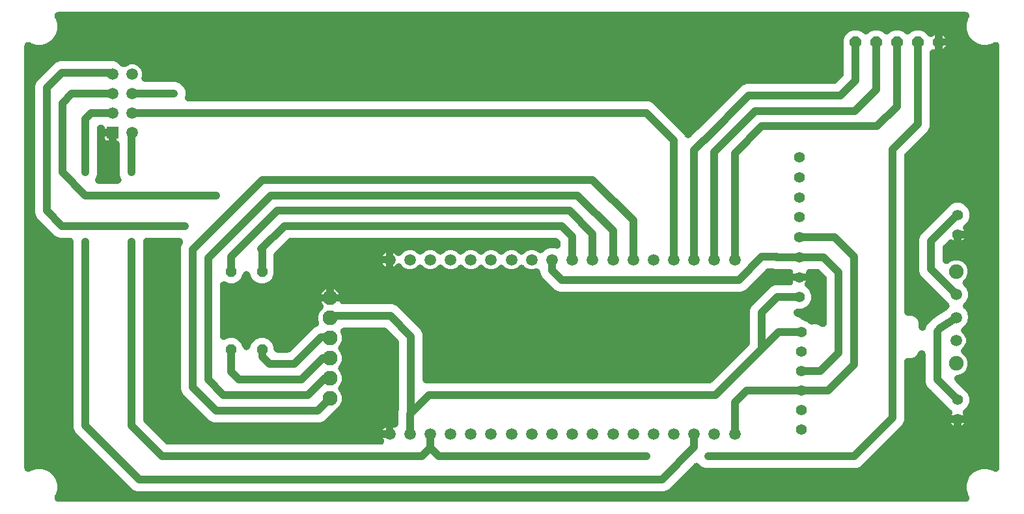
<source format=gbr>
G04 EAGLE Gerber RS-274X export*
G75*
%MOMM*%
%FSLAX34Y34*%
%LPD*%
%INBottom Copper*%
%IPPOS*%
%AMOC8*
5,1,8,0,0,1.08239X$1,22.5*%
G01*
%ADD10C,1.399000*%
%ADD11C,1.950000*%
%ADD12C,1.408000*%
%ADD13C,1.508000*%
%ADD14C,1.905000*%
%ADD15P,1.649562X8X202.500000*%
%ADD16R,1.508000X1.508000*%
%ADD17P,1.429621X8X112.500000*%
%ADD18C,1.000000*%
%ADD19C,0.756400*%

G36*
X1235262Y-29063D02*
X1235262Y-29063D01*
X1235491Y-29056D01*
X1235578Y-29043D01*
X1235665Y-29037D01*
X1235889Y-28994D01*
X1236116Y-28959D01*
X1236200Y-28935D01*
X1236286Y-28918D01*
X1236503Y-28847D01*
X1236723Y-28783D01*
X1236803Y-28749D01*
X1236887Y-28721D01*
X1237093Y-28623D01*
X1237303Y-28533D01*
X1237379Y-28488D01*
X1237458Y-28451D01*
X1237651Y-28327D01*
X1237847Y-28211D01*
X1237916Y-28157D01*
X1237990Y-28110D01*
X1238166Y-27963D01*
X1238346Y-27823D01*
X1238408Y-27761D01*
X1238475Y-27705D01*
X1238631Y-27537D01*
X1238792Y-27375D01*
X1238846Y-27306D01*
X1238905Y-27241D01*
X1239038Y-27056D01*
X1239178Y-26874D01*
X1239223Y-26799D01*
X1239274Y-26728D01*
X1239382Y-26527D01*
X1239498Y-26329D01*
X1239532Y-26249D01*
X1239574Y-26172D01*
X1239657Y-25958D01*
X1239746Y-25748D01*
X1239770Y-25664D01*
X1239802Y-25582D01*
X1239857Y-25360D01*
X1239919Y-25140D01*
X1239933Y-25053D01*
X1239954Y-24968D01*
X1239980Y-24741D01*
X1240014Y-24515D01*
X1240016Y-24428D01*
X1240027Y-24341D01*
X1240024Y-24112D01*
X1240030Y-23883D01*
X1240021Y-23796D01*
X1240020Y-23708D01*
X1239989Y-23482D01*
X1239965Y-23254D01*
X1239945Y-23169D01*
X1239933Y-23082D01*
X1239874Y-22862D01*
X1239822Y-22639D01*
X1239791Y-22556D01*
X1239769Y-22472D01*
X1239682Y-22261D01*
X1239602Y-22046D01*
X1239557Y-21958D01*
X1239528Y-21888D01*
X1239462Y-21771D01*
X1239364Y-21578D01*
X1237952Y-19133D01*
X1236339Y-13115D01*
X1236339Y-6885D01*
X1237952Y-867D01*
X1241067Y4528D01*
X1245472Y8933D01*
X1250867Y12048D01*
X1256885Y13661D01*
X1263115Y13661D01*
X1269133Y12048D01*
X1271578Y10636D01*
X1271784Y10534D01*
X1271984Y10426D01*
X1272066Y10394D01*
X1272145Y10355D01*
X1272361Y10280D01*
X1272574Y10198D01*
X1272659Y10177D01*
X1272742Y10148D01*
X1272966Y10101D01*
X1273188Y10046D01*
X1273275Y10036D01*
X1273360Y10018D01*
X1273588Y10000D01*
X1273815Y9973D01*
X1273903Y9974D01*
X1273990Y9967D01*
X1274219Y9978D01*
X1274448Y9980D01*
X1274534Y9992D01*
X1274622Y9996D01*
X1274847Y10035D01*
X1275074Y10067D01*
X1275158Y10090D01*
X1275245Y10105D01*
X1275463Y10172D01*
X1275684Y10231D01*
X1275765Y10265D01*
X1275849Y10291D01*
X1276057Y10385D01*
X1276268Y10472D01*
X1276345Y10515D01*
X1276424Y10551D01*
X1276619Y10671D01*
X1276818Y10784D01*
X1276888Y10837D01*
X1276963Y10883D01*
X1277141Y11026D01*
X1277324Y11163D01*
X1277387Y11224D01*
X1277455Y11279D01*
X1277613Y11444D01*
X1277778Y11603D01*
X1277832Y11672D01*
X1277893Y11735D01*
X1278029Y11918D01*
X1278172Y12097D01*
X1278218Y12172D01*
X1278270Y12242D01*
X1278382Y12441D01*
X1278502Y12637D01*
X1278537Y12717D01*
X1278580Y12793D01*
X1278667Y13005D01*
X1278760Y13213D01*
X1278786Y13297D01*
X1278819Y13378D01*
X1278877Y13599D01*
X1278944Y13818D01*
X1278958Y13905D01*
X1278981Y13989D01*
X1279011Y14216D01*
X1279050Y14441D01*
X1279055Y14540D01*
X1279065Y14616D01*
X1279066Y14750D01*
X1279077Y14966D01*
X1279077Y565034D01*
X1279063Y565262D01*
X1279056Y565491D01*
X1279043Y565578D01*
X1279037Y565665D01*
X1278994Y565889D01*
X1278959Y566116D01*
X1278935Y566200D01*
X1278918Y566286D01*
X1278847Y566503D01*
X1278783Y566723D01*
X1278749Y566803D01*
X1278721Y566887D01*
X1278623Y567093D01*
X1278533Y567303D01*
X1278488Y567379D01*
X1278451Y567458D01*
X1278327Y567651D01*
X1278211Y567847D01*
X1278157Y567916D01*
X1278110Y567990D01*
X1277963Y568166D01*
X1277823Y568346D01*
X1277761Y568408D01*
X1277705Y568475D01*
X1277537Y568631D01*
X1277375Y568792D01*
X1277306Y568846D01*
X1277241Y568905D01*
X1277056Y569038D01*
X1276874Y569178D01*
X1276799Y569223D01*
X1276728Y569274D01*
X1276527Y569382D01*
X1276329Y569498D01*
X1276249Y569532D01*
X1276172Y569574D01*
X1275958Y569657D01*
X1275748Y569746D01*
X1275664Y569770D01*
X1275582Y569802D01*
X1275360Y569857D01*
X1275140Y569919D01*
X1275053Y569933D01*
X1274968Y569954D01*
X1274741Y569980D01*
X1274515Y570014D01*
X1274428Y570016D01*
X1274341Y570027D01*
X1274112Y570024D01*
X1273883Y570030D01*
X1273796Y570021D01*
X1273708Y570020D01*
X1273482Y569989D01*
X1273254Y569965D01*
X1273169Y569945D01*
X1273082Y569933D01*
X1272862Y569874D01*
X1272639Y569822D01*
X1272556Y569791D01*
X1272472Y569769D01*
X1272261Y569682D01*
X1272046Y569602D01*
X1271958Y569557D01*
X1271888Y569528D01*
X1271771Y569462D01*
X1271578Y569364D01*
X1269133Y567952D01*
X1263115Y566339D01*
X1256885Y566339D01*
X1250867Y567952D01*
X1245472Y571067D01*
X1241067Y575472D01*
X1237952Y580867D01*
X1236339Y586885D01*
X1236339Y593115D01*
X1237952Y599133D01*
X1239364Y601578D01*
X1239466Y601784D01*
X1239574Y601984D01*
X1239606Y602066D01*
X1239645Y602145D01*
X1239720Y602361D01*
X1239802Y602574D01*
X1239823Y602659D01*
X1239852Y602742D01*
X1239899Y602966D01*
X1239954Y603188D01*
X1239964Y603275D01*
X1239982Y603360D01*
X1240000Y603588D01*
X1240027Y603815D01*
X1240026Y603903D01*
X1240033Y603990D01*
X1240022Y604219D01*
X1240020Y604448D01*
X1240008Y604534D01*
X1240004Y604622D01*
X1239965Y604847D01*
X1239933Y605074D01*
X1239910Y605158D01*
X1239895Y605245D01*
X1239828Y605463D01*
X1239769Y605684D01*
X1239735Y605765D01*
X1239709Y605849D01*
X1239615Y606057D01*
X1239528Y606268D01*
X1239485Y606345D01*
X1239449Y606424D01*
X1239329Y606619D01*
X1239216Y606818D01*
X1239163Y606888D01*
X1239117Y606963D01*
X1238974Y607141D01*
X1238837Y607324D01*
X1238776Y607387D01*
X1238721Y607455D01*
X1238556Y607613D01*
X1238397Y607778D01*
X1238328Y607832D01*
X1238265Y607893D01*
X1238082Y608029D01*
X1237903Y608172D01*
X1237828Y608218D01*
X1237758Y608270D01*
X1237559Y608382D01*
X1237363Y608502D01*
X1237283Y608537D01*
X1237207Y608580D01*
X1236995Y608667D01*
X1236787Y608760D01*
X1236703Y608786D01*
X1236622Y608819D01*
X1236401Y608877D01*
X1236182Y608944D01*
X1236095Y608958D01*
X1236011Y608981D01*
X1235784Y609011D01*
X1235559Y609050D01*
X1235460Y609055D01*
X1235384Y609065D01*
X1235250Y609066D01*
X1235034Y609077D01*
X54966Y609077D01*
X54738Y609063D01*
X54509Y609056D01*
X54422Y609043D01*
X54335Y609037D01*
X54111Y608994D01*
X53884Y608959D01*
X53800Y608935D01*
X53714Y608918D01*
X53497Y608847D01*
X53277Y608783D01*
X53197Y608749D01*
X53113Y608721D01*
X52907Y608623D01*
X52697Y608533D01*
X52621Y608488D01*
X52542Y608451D01*
X52349Y608327D01*
X52153Y608211D01*
X52084Y608157D01*
X52010Y608110D01*
X51834Y607963D01*
X51654Y607823D01*
X51592Y607761D01*
X51525Y607705D01*
X51369Y607537D01*
X51208Y607375D01*
X51154Y607306D01*
X51095Y607241D01*
X50962Y607056D01*
X50822Y606874D01*
X50777Y606799D01*
X50726Y606728D01*
X50618Y606527D01*
X50502Y606329D01*
X50468Y606249D01*
X50426Y606172D01*
X50343Y605958D01*
X50254Y605748D01*
X50230Y605664D01*
X50198Y605582D01*
X50143Y605360D01*
X50081Y605140D01*
X50067Y605053D01*
X50046Y604968D01*
X50020Y604741D01*
X49986Y604515D01*
X49984Y604428D01*
X49973Y604341D01*
X49976Y604112D01*
X49970Y603883D01*
X49979Y603796D01*
X49980Y603708D01*
X50011Y603482D01*
X50035Y603254D01*
X50055Y603169D01*
X50067Y603082D01*
X50126Y602862D01*
X50178Y602639D01*
X50209Y602556D01*
X50231Y602472D01*
X50318Y602261D01*
X50398Y602046D01*
X50443Y601958D01*
X50472Y601888D01*
X50538Y601771D01*
X50636Y601578D01*
X52048Y599133D01*
X53661Y593115D01*
X53661Y586885D01*
X52048Y580867D01*
X48933Y575472D01*
X44528Y571067D01*
X39133Y567952D01*
X33115Y566339D01*
X26885Y566339D01*
X20867Y567952D01*
X18422Y569364D01*
X18216Y569466D01*
X18016Y569574D01*
X17934Y569606D01*
X17855Y569645D01*
X17639Y569720D01*
X17426Y569802D01*
X17341Y569823D01*
X17258Y569852D01*
X17034Y569899D01*
X16812Y569954D01*
X16725Y569964D01*
X16640Y569982D01*
X16412Y570000D01*
X16185Y570027D01*
X16097Y570026D01*
X16010Y570033D01*
X15781Y570022D01*
X15552Y570020D01*
X15466Y570008D01*
X15378Y570004D01*
X15153Y569965D01*
X14926Y569933D01*
X14842Y569910D01*
X14755Y569895D01*
X14537Y569828D01*
X14316Y569769D01*
X14235Y569735D01*
X14151Y569709D01*
X13943Y569615D01*
X13732Y569528D01*
X13655Y569485D01*
X13576Y569449D01*
X13381Y569329D01*
X13182Y569216D01*
X13112Y569163D01*
X13037Y569117D01*
X12859Y568974D01*
X12676Y568837D01*
X12613Y568776D01*
X12545Y568721D01*
X12387Y568556D01*
X12222Y568397D01*
X12168Y568328D01*
X12107Y568265D01*
X11971Y568082D01*
X11828Y567903D01*
X11782Y567828D01*
X11730Y567758D01*
X11618Y567559D01*
X11498Y567363D01*
X11463Y567283D01*
X11420Y567207D01*
X11333Y566995D01*
X11240Y566787D01*
X11214Y566703D01*
X11181Y566622D01*
X11123Y566401D01*
X11056Y566182D01*
X11042Y566095D01*
X11019Y566011D01*
X10989Y565784D01*
X10950Y565559D01*
X10945Y565460D01*
X10935Y565384D01*
X10934Y565250D01*
X10923Y565034D01*
X10923Y14966D01*
X10937Y14738D01*
X10944Y14509D01*
X10957Y14422D01*
X10963Y14335D01*
X11006Y14111D01*
X11041Y13884D01*
X11065Y13800D01*
X11082Y13714D01*
X11153Y13497D01*
X11217Y13277D01*
X11251Y13197D01*
X11279Y13113D01*
X11377Y12907D01*
X11467Y12697D01*
X11512Y12621D01*
X11549Y12542D01*
X11673Y12349D01*
X11789Y12153D01*
X11843Y12084D01*
X11890Y12010D01*
X12037Y11834D01*
X12177Y11654D01*
X12239Y11592D01*
X12295Y11525D01*
X12463Y11369D01*
X12625Y11208D01*
X12694Y11154D01*
X12759Y11095D01*
X12944Y10962D01*
X13126Y10822D01*
X13201Y10777D01*
X13272Y10726D01*
X13473Y10618D01*
X13671Y10502D01*
X13751Y10468D01*
X13828Y10426D01*
X14042Y10343D01*
X14252Y10254D01*
X14336Y10230D01*
X14418Y10198D01*
X14640Y10143D01*
X14860Y10081D01*
X14947Y10067D01*
X15032Y10046D01*
X15259Y10020D01*
X15485Y9986D01*
X15572Y9984D01*
X15659Y9973D01*
X15888Y9976D01*
X16117Y9970D01*
X16204Y9979D01*
X16292Y9980D01*
X16518Y10011D01*
X16746Y10035D01*
X16831Y10055D01*
X16918Y10067D01*
X17138Y10126D01*
X17361Y10178D01*
X17444Y10209D01*
X17528Y10231D01*
X17739Y10318D01*
X17954Y10398D01*
X18042Y10443D01*
X18112Y10472D01*
X18229Y10538D01*
X18422Y10636D01*
X20867Y12048D01*
X26885Y13661D01*
X33115Y13661D01*
X39133Y12048D01*
X44528Y8933D01*
X48933Y4528D01*
X52048Y-867D01*
X53661Y-6885D01*
X53661Y-13115D01*
X52048Y-19133D01*
X50636Y-21578D01*
X50534Y-21784D01*
X50426Y-21984D01*
X50394Y-22066D01*
X50355Y-22145D01*
X50280Y-22361D01*
X50198Y-22574D01*
X50177Y-22659D01*
X50148Y-22742D01*
X50101Y-22966D01*
X50046Y-23188D01*
X50036Y-23275D01*
X50018Y-23360D01*
X50000Y-23588D01*
X49973Y-23815D01*
X49974Y-23903D01*
X49967Y-23990D01*
X49978Y-24219D01*
X49980Y-24448D01*
X49992Y-24534D01*
X49996Y-24622D01*
X50035Y-24847D01*
X50067Y-25074D01*
X50090Y-25158D01*
X50105Y-25245D01*
X50172Y-25463D01*
X50231Y-25684D01*
X50265Y-25765D01*
X50291Y-25849D01*
X50385Y-26057D01*
X50472Y-26268D01*
X50515Y-26345D01*
X50551Y-26424D01*
X50671Y-26619D01*
X50784Y-26818D01*
X50837Y-26888D01*
X50883Y-26963D01*
X51026Y-27141D01*
X51163Y-27324D01*
X51224Y-27387D01*
X51279Y-27455D01*
X51444Y-27613D01*
X51603Y-27778D01*
X51672Y-27832D01*
X51735Y-27893D01*
X51918Y-28029D01*
X52097Y-28172D01*
X52172Y-28218D01*
X52242Y-28270D01*
X52441Y-28382D01*
X52637Y-28502D01*
X52717Y-28537D01*
X52793Y-28580D01*
X53005Y-28667D01*
X53213Y-28760D01*
X53297Y-28786D01*
X53378Y-28819D01*
X53599Y-28877D01*
X53818Y-28944D01*
X53905Y-28958D01*
X53989Y-28981D01*
X54216Y-29011D01*
X54441Y-29050D01*
X54540Y-29055D01*
X54616Y-29065D01*
X54750Y-29066D01*
X54966Y-29077D01*
X1235034Y-29077D01*
X1235262Y-29063D01*
G37*
%LPC*%
G36*
X156984Y-15161D02*
X156984Y-15161D01*
X151412Y-12853D01*
X146444Y-7885D01*
X82115Y56444D01*
X77147Y61412D01*
X74839Y66984D01*
X74839Y309840D01*
X74828Y310025D01*
X74826Y310210D01*
X74808Y310340D01*
X74799Y310471D01*
X74764Y310652D01*
X74739Y310836D01*
X74705Y310962D01*
X74680Y311092D01*
X74622Y311268D01*
X74574Y311446D01*
X74524Y311567D01*
X74483Y311692D01*
X74404Y311860D01*
X74334Y312030D01*
X74269Y312145D01*
X74213Y312263D01*
X74113Y312419D01*
X74022Y312580D01*
X73943Y312685D01*
X73872Y312796D01*
X73753Y312938D01*
X73642Y313086D01*
X73551Y313180D01*
X73467Y313281D01*
X73331Y313407D01*
X73202Y313540D01*
X73100Y313622D01*
X73003Y313711D01*
X72853Y313819D01*
X72709Y313934D01*
X72596Y314003D01*
X72490Y314079D01*
X72327Y314167D01*
X72169Y314264D01*
X72049Y314317D01*
X71934Y314380D01*
X71761Y314446D01*
X71592Y314522D01*
X71467Y314560D01*
X71344Y314608D01*
X71164Y314652D01*
X70987Y314706D01*
X70858Y314728D01*
X70730Y314759D01*
X70547Y314781D01*
X70364Y314812D01*
X70211Y314820D01*
X70103Y314832D01*
X69994Y314831D01*
X69840Y314839D01*
X56984Y314839D01*
X51412Y317147D01*
X27147Y341412D01*
X24839Y346984D01*
X24839Y513016D01*
X27147Y518588D01*
X46444Y537885D01*
X51412Y542853D01*
X56984Y545161D01*
X126966Y545161D01*
X132538Y542853D01*
X136868Y538523D01*
X137006Y538401D01*
X137139Y538271D01*
X137243Y538192D01*
X137342Y538105D01*
X137495Y538001D01*
X137642Y537890D01*
X137757Y537824D01*
X137865Y537750D01*
X138030Y537667D01*
X138191Y537575D01*
X138312Y537524D01*
X138429Y537465D01*
X138603Y537403D01*
X138774Y537331D01*
X138901Y537297D01*
X139024Y537252D01*
X139205Y537213D01*
X139383Y537164D01*
X139514Y537145D01*
X139642Y537117D01*
X139826Y537100D01*
X140009Y537074D01*
X140141Y537072D01*
X140271Y537060D01*
X140456Y537067D01*
X140641Y537064D01*
X140772Y537079D01*
X140903Y537084D01*
X141085Y537114D01*
X141269Y537134D01*
X141397Y537165D01*
X141527Y537187D01*
X141704Y537240D01*
X141884Y537283D01*
X142006Y537330D01*
X142132Y537367D01*
X142302Y537442D01*
X142474Y537508D01*
X142590Y537570D01*
X142710Y537623D01*
X142869Y537719D01*
X143032Y537806D01*
X143139Y537882D01*
X143251Y537950D01*
X143397Y538065D01*
X143547Y538172D01*
X143661Y538274D01*
X143747Y538342D01*
X143824Y538420D01*
X143938Y538523D01*
X144146Y538732D01*
X148755Y540641D01*
X153745Y540641D01*
X158354Y538732D01*
X161882Y535204D01*
X163791Y530595D01*
X163791Y525606D01*
X163570Y525073D01*
X163500Y524867D01*
X163421Y524664D01*
X163398Y524568D01*
X163366Y524475D01*
X163322Y524262D01*
X163270Y524050D01*
X163258Y523953D01*
X163238Y523856D01*
X163222Y523639D01*
X163197Y523423D01*
X163198Y523324D01*
X163190Y523226D01*
X163201Y523008D01*
X163203Y522790D01*
X163217Y522693D01*
X163222Y522594D01*
X163260Y522380D01*
X163290Y522164D01*
X163315Y522069D01*
X163333Y521972D01*
X163398Y521764D01*
X163455Y521554D01*
X163492Y521463D01*
X163521Y521369D01*
X163612Y521171D01*
X163695Y520970D01*
X163744Y520884D01*
X163785Y520794D01*
X163900Y520609D01*
X164007Y520420D01*
X164066Y520341D01*
X164119Y520257D01*
X164256Y520088D01*
X164387Y519914D01*
X164455Y519843D01*
X164517Y519767D01*
X164675Y519617D01*
X164827Y519460D01*
X164903Y519399D01*
X164975Y519331D01*
X165150Y519202D01*
X165320Y519066D01*
X165405Y519014D01*
X165484Y518956D01*
X165674Y518850D01*
X165860Y518736D01*
X165950Y518696D01*
X166036Y518648D01*
X166238Y518567D01*
X166437Y518478D01*
X166531Y518449D01*
X166622Y518413D01*
X166833Y518357D01*
X167041Y518294D01*
X167139Y518278D01*
X167234Y518253D01*
X167450Y518225D01*
X167665Y518188D01*
X167777Y518182D01*
X167861Y518172D01*
X167990Y518171D01*
X168189Y518161D01*
X208016Y518161D01*
X213588Y515853D01*
X217853Y511588D01*
X220161Y506016D01*
X220161Y499984D01*
X219908Y499373D01*
X219837Y499167D01*
X219759Y498964D01*
X219735Y498868D01*
X219703Y498775D01*
X219659Y498561D01*
X219607Y498350D01*
X219596Y498253D01*
X219576Y498156D01*
X219559Y497939D01*
X219534Y497723D01*
X219535Y497624D01*
X219527Y497526D01*
X219538Y497308D01*
X219541Y497090D01*
X219554Y496993D01*
X219559Y496894D01*
X219597Y496680D01*
X219627Y496464D01*
X219653Y496369D01*
X219670Y496272D01*
X219735Y496064D01*
X219792Y495854D01*
X219829Y495763D01*
X219859Y495669D01*
X219950Y495471D01*
X220032Y495270D01*
X220081Y495184D01*
X220122Y495094D01*
X220237Y494910D01*
X220345Y494720D01*
X220404Y494641D01*
X220456Y494557D01*
X220593Y494389D01*
X220724Y494214D01*
X220793Y494143D01*
X220855Y494067D01*
X221012Y493917D01*
X221164Y493760D01*
X221241Y493699D01*
X221312Y493631D01*
X221488Y493502D01*
X221658Y493366D01*
X221742Y493314D01*
X221821Y493256D01*
X222011Y493150D01*
X222197Y493036D01*
X222287Y492996D01*
X222373Y492948D01*
X222575Y492867D01*
X222774Y492778D01*
X222868Y492749D01*
X222960Y492713D01*
X223171Y492657D01*
X223379Y492594D01*
X223476Y492578D01*
X223571Y492553D01*
X223787Y492525D01*
X224002Y492488D01*
X224114Y492482D01*
X224198Y492472D01*
X224327Y492471D01*
X224526Y492461D01*
X823016Y492461D01*
X828588Y490153D01*
X868453Y450288D01*
X869506Y447744D01*
X869602Y447548D01*
X869690Y447349D01*
X869741Y447265D01*
X869785Y447176D01*
X869905Y446994D01*
X870017Y446808D01*
X870078Y446731D01*
X870132Y446648D01*
X870274Y446483D01*
X870409Y446312D01*
X870480Y446243D01*
X870544Y446169D01*
X870705Y446023D01*
X870861Y445870D01*
X870940Y445811D01*
X871013Y445745D01*
X871191Y445620D01*
X871365Y445488D01*
X871451Y445439D01*
X871531Y445383D01*
X871724Y445282D01*
X871913Y445174D01*
X872004Y445136D01*
X872091Y445090D01*
X872296Y445014D01*
X872497Y444930D01*
X872592Y444904D01*
X872684Y444870D01*
X872896Y444820D01*
X873106Y444763D01*
X873203Y444749D01*
X873299Y444726D01*
X873516Y444704D01*
X873732Y444673D01*
X873830Y444672D01*
X873928Y444661D01*
X874146Y444667D01*
X874364Y444663D01*
X874462Y444674D01*
X874560Y444677D01*
X874775Y444709D01*
X874992Y444733D01*
X875088Y444756D01*
X875185Y444771D01*
X875394Y444831D01*
X875606Y444882D01*
X875698Y444917D01*
X875793Y444944D01*
X875993Y445030D01*
X876197Y445107D01*
X876284Y445153D01*
X876374Y445192D01*
X876562Y445302D01*
X876755Y445405D01*
X876835Y445462D01*
X876920Y445512D01*
X877093Y445645D01*
X877270Y445771D01*
X877354Y445846D01*
X877421Y445897D01*
X877512Y445988D01*
X877660Y446122D01*
X878318Y446780D01*
X878367Y446835D01*
X878436Y446902D01*
X883775Y452616D01*
X885727Y454707D01*
X885851Y454763D01*
X885853Y454764D01*
X885854Y454764D01*
X886118Y454905D01*
X886409Y455060D01*
X886410Y455061D01*
X886412Y455062D01*
X886659Y455238D01*
X886925Y455426D01*
X886926Y455427D01*
X886927Y455428D01*
X887317Y455779D01*
X939743Y508205D01*
X944711Y513173D01*
X950283Y515481D01*
X1063969Y515481D01*
X1064088Y515488D01*
X1064208Y515486D01*
X1064404Y515508D01*
X1064600Y515521D01*
X1064717Y515543D01*
X1064836Y515556D01*
X1065028Y515603D01*
X1065221Y515640D01*
X1065335Y515677D01*
X1065450Y515705D01*
X1065634Y515775D01*
X1065822Y515837D01*
X1065930Y515888D01*
X1066041Y515930D01*
X1066215Y516023D01*
X1066393Y516107D01*
X1066494Y516172D01*
X1066599Y516228D01*
X1066759Y516342D01*
X1066925Y516448D01*
X1067017Y516525D01*
X1067114Y516594D01*
X1067303Y516764D01*
X1067410Y516853D01*
X1067450Y516896D01*
X1067504Y516945D01*
X1075375Y524816D01*
X1075454Y524905D01*
X1075540Y524988D01*
X1075663Y525142D01*
X1075793Y525290D01*
X1075860Y525389D01*
X1075934Y525482D01*
X1076037Y525650D01*
X1076147Y525813D01*
X1076201Y525920D01*
X1076264Y526021D01*
X1076344Y526201D01*
X1076433Y526377D01*
X1076473Y526489D01*
X1076522Y526598D01*
X1076579Y526787D01*
X1076646Y526972D01*
X1076671Y527089D01*
X1076706Y527203D01*
X1076739Y527398D01*
X1076781Y527590D01*
X1076792Y527708D01*
X1076812Y527826D01*
X1076825Y528080D01*
X1076838Y528219D01*
X1076835Y528277D01*
X1076839Y528351D01*
X1076839Y573016D01*
X1079147Y578588D01*
X1083412Y582853D01*
X1088984Y585161D01*
X1095016Y585161D01*
X1100588Y582853D01*
X1101965Y581476D01*
X1102104Y581353D01*
X1102236Y581224D01*
X1102341Y581145D01*
X1102439Y581058D01*
X1102593Y580954D01*
X1102740Y580842D01*
X1102854Y580777D01*
X1102963Y580703D01*
X1103128Y580619D01*
X1103288Y580527D01*
X1103409Y580477D01*
X1103526Y580417D01*
X1103701Y580355D01*
X1103871Y580284D01*
X1103998Y580249D01*
X1104122Y580205D01*
X1104302Y580165D01*
X1104481Y580116D01*
X1104611Y580098D01*
X1104739Y580070D01*
X1104923Y580053D01*
X1105106Y580027D01*
X1105238Y580025D01*
X1105369Y580013D01*
X1105554Y580020D01*
X1105739Y580017D01*
X1105869Y580032D01*
X1106000Y580036D01*
X1106183Y580066D01*
X1106367Y580087D01*
X1106495Y580118D01*
X1106624Y580139D01*
X1106801Y580192D01*
X1106981Y580236D01*
X1107104Y580283D01*
X1107230Y580320D01*
X1107399Y580395D01*
X1107572Y580461D01*
X1107688Y580523D01*
X1107808Y580576D01*
X1107966Y580671D01*
X1108129Y580759D01*
X1108236Y580834D01*
X1108349Y580902D01*
X1108494Y581017D01*
X1108645Y581124D01*
X1108759Y581227D01*
X1108845Y581295D01*
X1108921Y581373D01*
X1109035Y581476D01*
X1110412Y582853D01*
X1115984Y585161D01*
X1122016Y585161D01*
X1127588Y582853D01*
X1128965Y581476D01*
X1129104Y581353D01*
X1129236Y581224D01*
X1129341Y581145D01*
X1129439Y581058D01*
X1129593Y580954D01*
X1129740Y580842D01*
X1129854Y580777D01*
X1129963Y580703D01*
X1130128Y580619D01*
X1130288Y580527D01*
X1130409Y580477D01*
X1130526Y580417D01*
X1130701Y580355D01*
X1130871Y580284D01*
X1130998Y580249D01*
X1131122Y580205D01*
X1131302Y580165D01*
X1131481Y580116D01*
X1131611Y580098D01*
X1131739Y580070D01*
X1131923Y580053D01*
X1132106Y580027D01*
X1132238Y580025D01*
X1132369Y580013D01*
X1132554Y580020D01*
X1132739Y580017D01*
X1132869Y580032D01*
X1133000Y580036D01*
X1133183Y580066D01*
X1133367Y580087D01*
X1133495Y580118D01*
X1133624Y580139D01*
X1133801Y580192D01*
X1133981Y580236D01*
X1134104Y580283D01*
X1134230Y580320D01*
X1134399Y580395D01*
X1134572Y580461D01*
X1134688Y580523D01*
X1134808Y580576D01*
X1134966Y580671D01*
X1135129Y580759D01*
X1135236Y580834D01*
X1135349Y580902D01*
X1135494Y581017D01*
X1135645Y581124D01*
X1135759Y581227D01*
X1135845Y581295D01*
X1135921Y581373D01*
X1136035Y581476D01*
X1137412Y582853D01*
X1142984Y585161D01*
X1149016Y585161D01*
X1154588Y582853D01*
X1155965Y581476D01*
X1156104Y581353D01*
X1156236Y581224D01*
X1156341Y581145D01*
X1156439Y581058D01*
X1156592Y580954D01*
X1156740Y580842D01*
X1156854Y580777D01*
X1156963Y580703D01*
X1157127Y580620D01*
X1157288Y580527D01*
X1157409Y580477D01*
X1157526Y580417D01*
X1157700Y580355D01*
X1157871Y580284D01*
X1157998Y580249D01*
X1158122Y580205D01*
X1158302Y580165D01*
X1158481Y580116D01*
X1158611Y580098D01*
X1158739Y580070D01*
X1158923Y580053D01*
X1159106Y580027D01*
X1159238Y580025D01*
X1159369Y580013D01*
X1159553Y580020D01*
X1159738Y580017D01*
X1159869Y580032D01*
X1160000Y580036D01*
X1160183Y580066D01*
X1160367Y580087D01*
X1160495Y580118D01*
X1160624Y580139D01*
X1160801Y580192D01*
X1160981Y580236D01*
X1161104Y580282D01*
X1161230Y580320D01*
X1161399Y580395D01*
X1161572Y580461D01*
X1161687Y580523D01*
X1161808Y580576D01*
X1161966Y580671D01*
X1162129Y580759D01*
X1162236Y580834D01*
X1162349Y580902D01*
X1162494Y581017D01*
X1162645Y581124D01*
X1162759Y581227D01*
X1162844Y581295D01*
X1162921Y581373D01*
X1163035Y581476D01*
X1164412Y582853D01*
X1169984Y585161D01*
X1176016Y585161D01*
X1181588Y582853D01*
X1186501Y577940D01*
X1186639Y577818D01*
X1186772Y577688D01*
X1186876Y577609D01*
X1186975Y577522D01*
X1187128Y577419D01*
X1187275Y577307D01*
X1187390Y577241D01*
X1187498Y577168D01*
X1187663Y577084D01*
X1187823Y576992D01*
X1187945Y576941D01*
X1188062Y576882D01*
X1188236Y576820D01*
X1188407Y576748D01*
X1188533Y576714D01*
X1188657Y576669D01*
X1188838Y576630D01*
X1189016Y576581D01*
X1189147Y576562D01*
X1189275Y576534D01*
X1189459Y576517D01*
X1189642Y576491D01*
X1189773Y576489D01*
X1189904Y576477D01*
X1190089Y576484D01*
X1190274Y576481D01*
X1190405Y576496D01*
X1190536Y576501D01*
X1190718Y576531D01*
X1190902Y576551D01*
X1191030Y576582D01*
X1191160Y576604D01*
X1191337Y576657D01*
X1191517Y576700D01*
X1191639Y576747D01*
X1191765Y576784D01*
X1191934Y576859D01*
X1192107Y576925D01*
X1192223Y576987D01*
X1192343Y577040D01*
X1192501Y577136D01*
X1192665Y577223D01*
X1192772Y577299D01*
X1192884Y577367D01*
X1193029Y577482D01*
X1193180Y577589D01*
X1193295Y577692D01*
X1193380Y577759D01*
X1193456Y577837D01*
X1193571Y577940D01*
X1195001Y579370D01*
X1195001Y570000D01*
X1195001Y560041D01*
X1194898Y560078D01*
X1194664Y560168D01*
X1194600Y560184D01*
X1194538Y560206D01*
X1194293Y560260D01*
X1194050Y560320D01*
X1193985Y560327D01*
X1193921Y560342D01*
X1193671Y560364D01*
X1193423Y560393D01*
X1193357Y560392D01*
X1193291Y560398D01*
X1193040Y560389D01*
X1192790Y560386D01*
X1192725Y560377D01*
X1192660Y560375D01*
X1192413Y560334D01*
X1192164Y560300D01*
X1192101Y560283D01*
X1192036Y560272D01*
X1191796Y560200D01*
X1191554Y560135D01*
X1191493Y560110D01*
X1191430Y560091D01*
X1191201Y559990D01*
X1190970Y559894D01*
X1190912Y559862D01*
X1190852Y559835D01*
X1190638Y559706D01*
X1190420Y559582D01*
X1190367Y559543D01*
X1190311Y559509D01*
X1190115Y559353D01*
X1189914Y559203D01*
X1189867Y559157D01*
X1189816Y559116D01*
X1189640Y558938D01*
X1189460Y558763D01*
X1189419Y558712D01*
X1189373Y558665D01*
X1189223Y558465D01*
X1189066Y558269D01*
X1189031Y558213D01*
X1188992Y558161D01*
X1188867Y557944D01*
X1188736Y557730D01*
X1188710Y557670D01*
X1188677Y557613D01*
X1188580Y557381D01*
X1188478Y557153D01*
X1188459Y557090D01*
X1188434Y557029D01*
X1188367Y556787D01*
X1188294Y556548D01*
X1188283Y556483D01*
X1188266Y556420D01*
X1188230Y556172D01*
X1188188Y555925D01*
X1188184Y555851D01*
X1188176Y555794D01*
X1188174Y555655D01*
X1188161Y555401D01*
X1188161Y459984D01*
X1185853Y454412D01*
X1156625Y425184D01*
X1156546Y425095D01*
X1156460Y425012D01*
X1156337Y424858D01*
X1156207Y424710D01*
X1156140Y424611D01*
X1156066Y424518D01*
X1155963Y424350D01*
X1155853Y424187D01*
X1155799Y424080D01*
X1155736Y423979D01*
X1155656Y423799D01*
X1155567Y423623D01*
X1155527Y423511D01*
X1155478Y423402D01*
X1155421Y423213D01*
X1155354Y423028D01*
X1155329Y422911D01*
X1155294Y422797D01*
X1155261Y422602D01*
X1155219Y422410D01*
X1155208Y422292D01*
X1155188Y422174D01*
X1155175Y421920D01*
X1155162Y421781D01*
X1155165Y421723D01*
X1155161Y421649D01*
X1155161Y218491D01*
X1155173Y218290D01*
X1155177Y218089D01*
X1155193Y217975D01*
X1155201Y217861D01*
X1155239Y217663D01*
X1155268Y217463D01*
X1155298Y217353D01*
X1155320Y217240D01*
X1155383Y217048D01*
X1155437Y216854D01*
X1155481Y216748D01*
X1155517Y216639D01*
X1155603Y216457D01*
X1155681Y216271D01*
X1155738Y216172D01*
X1155787Y216068D01*
X1155896Y215898D01*
X1155997Y215724D01*
X1156066Y215632D01*
X1156128Y215536D01*
X1156257Y215381D01*
X1156379Y215220D01*
X1156460Y215138D01*
X1156533Y215050D01*
X1156681Y214913D01*
X1156822Y214769D01*
X1156912Y214698D01*
X1156997Y214620D01*
X1157160Y214503D01*
X1157319Y214378D01*
X1157417Y214319D01*
X1157510Y214252D01*
X1157687Y214156D01*
X1157860Y214052D01*
X1157966Y214006D01*
X1158066Y213952D01*
X1158254Y213879D01*
X1158439Y213798D01*
X1158549Y213765D01*
X1158656Y213724D01*
X1158852Y213675D01*
X1159045Y213618D01*
X1159158Y213600D01*
X1159270Y213572D01*
X1159470Y213549D01*
X1159669Y213516D01*
X1159801Y213510D01*
X1159897Y213499D01*
X1160017Y213500D01*
X1160193Y213492D01*
X1165078Y213525D01*
X1169062Y211906D01*
X1172124Y208885D01*
X1173796Y204922D01*
X1173836Y198913D01*
X1173855Y198648D01*
X1173868Y198381D01*
X1173877Y198332D01*
X1173880Y198282D01*
X1173932Y198021D01*
X1173979Y197758D01*
X1173994Y197711D01*
X1174004Y197662D01*
X1174088Y197409D01*
X1174168Y197155D01*
X1174189Y197110D01*
X1174204Y197063D01*
X1174320Y196822D01*
X1174431Y196580D01*
X1174457Y196538D01*
X1174479Y196494D01*
X1174625Y196270D01*
X1174765Y196044D01*
X1174796Y196005D01*
X1174823Y195964D01*
X1174996Y195760D01*
X1175164Y195553D01*
X1175200Y195519D01*
X1175232Y195481D01*
X1175428Y195301D01*
X1175621Y195117D01*
X1175661Y195087D01*
X1175698Y195054D01*
X1175915Y194901D01*
X1176130Y194742D01*
X1176173Y194718D01*
X1176214Y194689D01*
X1176450Y194564D01*
X1176682Y194434D01*
X1176728Y194416D01*
X1176772Y194393D01*
X1177021Y194298D01*
X1177269Y194199D01*
X1177317Y194186D01*
X1177363Y194169D01*
X1177622Y194107D01*
X1177880Y194039D01*
X1177930Y194033D01*
X1177978Y194021D01*
X1178243Y193992D01*
X1178507Y193958D01*
X1178557Y193958D01*
X1178606Y193952D01*
X1178873Y193957D01*
X1179139Y193956D01*
X1179189Y193962D01*
X1179238Y193963D01*
X1179502Y194001D01*
X1179767Y194034D01*
X1179815Y194047D01*
X1179864Y194054D01*
X1180121Y194125D01*
X1180379Y194191D01*
X1180425Y194209D01*
X1180473Y194223D01*
X1180720Y194326D01*
X1180967Y194424D01*
X1181010Y194448D01*
X1181056Y194467D01*
X1181287Y194601D01*
X1181520Y194729D01*
X1181560Y194758D01*
X1181603Y194783D01*
X1181815Y194944D01*
X1182031Y195102D01*
X1182067Y195136D01*
X1182106Y195166D01*
X1182297Y195353D01*
X1182490Y195536D01*
X1182522Y195574D01*
X1182557Y195609D01*
X1182723Y195818D01*
X1182892Y196024D01*
X1182918Y196066D01*
X1182949Y196105D01*
X1183086Y196334D01*
X1183228Y196559D01*
X1183252Y196609D01*
X1183274Y196647D01*
X1183330Y196773D01*
X1183454Y197033D01*
X1185193Y201231D01*
X1189978Y206016D01*
X1190152Y206214D01*
X1190330Y206407D01*
X1190364Y206455D01*
X1190396Y206490D01*
X1190474Y206605D01*
X1190638Y206832D01*
X1191120Y207576D01*
X1192087Y208242D01*
X1192238Y208361D01*
X1192396Y208473D01*
X1192502Y208568D01*
X1192584Y208632D01*
X1192664Y208714D01*
X1192786Y208824D01*
X1193615Y209653D01*
X1194435Y209993D01*
X1194671Y210109D01*
X1194910Y210219D01*
X1194960Y210250D01*
X1195002Y210271D01*
X1195118Y210348D01*
X1195357Y210494D01*
X1212042Y221986D01*
X1212049Y221991D01*
X1212056Y221995D01*
X1212299Y222187D01*
X1212539Y222376D01*
X1212545Y222382D01*
X1212551Y222387D01*
X1212767Y222608D01*
X1212983Y222827D01*
X1212988Y222833D01*
X1212993Y222839D01*
X1213181Y223087D01*
X1213366Y223329D01*
X1213370Y223336D01*
X1213375Y223343D01*
X1213530Y223613D01*
X1213683Y223876D01*
X1213686Y223884D01*
X1213690Y223891D01*
X1213810Y224179D01*
X1213928Y224459D01*
X1213930Y224467D01*
X1213933Y224474D01*
X1214016Y224775D01*
X1214098Y225068D01*
X1214099Y225076D01*
X1214101Y225084D01*
X1214145Y225393D01*
X1214189Y225693D01*
X1214189Y225701D01*
X1214190Y225709D01*
X1214195Y226013D01*
X1214201Y226325D01*
X1214200Y226333D01*
X1214200Y226341D01*
X1214166Y226649D01*
X1214133Y226954D01*
X1214131Y226961D01*
X1214130Y226970D01*
X1214058Y227269D01*
X1213986Y227568D01*
X1213983Y227576D01*
X1213981Y227584D01*
X1213872Y227871D01*
X1213763Y228160D01*
X1213759Y228167D01*
X1213756Y228175D01*
X1213613Y228443D01*
X1213467Y228718D01*
X1213462Y228725D01*
X1213459Y228732D01*
X1213283Y228980D01*
X1213103Y229235D01*
X1213097Y229241D01*
X1213093Y229248D01*
X1212742Y229638D01*
X1182115Y260264D01*
X1177147Y265232D01*
X1174839Y270804D01*
X1174839Y313316D01*
X1177147Y318888D01*
X1216112Y357853D01*
X1221684Y360161D01*
X1227716Y360161D01*
X1233288Y357853D01*
X1237853Y353288D01*
X1240161Y347716D01*
X1240161Y341684D01*
X1237853Y336112D01*
X1233212Y331472D01*
X1233140Y331390D01*
X1233062Y331315D01*
X1232932Y331153D01*
X1232794Y330997D01*
X1232733Y330907D01*
X1232665Y330823D01*
X1232556Y330646D01*
X1232440Y330474D01*
X1232391Y330377D01*
X1232333Y330284D01*
X1232248Y330095D01*
X1232154Y329910D01*
X1232117Y329808D01*
X1232072Y329709D01*
X1232011Y329510D01*
X1231942Y329315D01*
X1231918Y329209D01*
X1231886Y329105D01*
X1231850Y328900D01*
X1231806Y328697D01*
X1231796Y328589D01*
X1231778Y328482D01*
X1231768Y328275D01*
X1231749Y328068D01*
X1231754Y327959D01*
X1231749Y327851D01*
X1231765Y327644D01*
X1231773Y327436D01*
X1231791Y327329D01*
X1231799Y327221D01*
X1231842Y327017D01*
X1231876Y326813D01*
X1231907Y326708D01*
X1231929Y326602D01*
X1231997Y326406D01*
X1232057Y326207D01*
X1232101Y326107D01*
X1232136Y326005D01*
X1232228Y325819D01*
X1232312Y325629D01*
X1232369Y325536D01*
X1232417Y325438D01*
X1232567Y325207D01*
X1232639Y325088D01*
X1232669Y325049D01*
X1232703Y324998D01*
X1233194Y324321D01*
X1233205Y324299D01*
X1227511Y324299D01*
X1227510Y324299D01*
X1227070Y324271D01*
X1226880Y324259D01*
X1226879Y324259D01*
X1226550Y324196D01*
X1226259Y324140D01*
X1226258Y324140D01*
X1225984Y324050D01*
X1225658Y323944D01*
X1225658Y323943D01*
X1225376Y323810D01*
X1225087Y323673D01*
X1225087Y323672D01*
X1224849Y323520D01*
X1224555Y323332D01*
X1224554Y323332D01*
X1224148Y322999D01*
X1224147Y322999D01*
X1224110Y322961D01*
X1224070Y322927D01*
X1224069Y322926D01*
X1223891Y322734D01*
X1223708Y322545D01*
X1223676Y322502D01*
X1223639Y322463D01*
X1223486Y322250D01*
X1223328Y322039D01*
X1223302Y321993D01*
X1223271Y321950D01*
X1223146Y321718D01*
X1223016Y321490D01*
X1222996Y321440D01*
X1222971Y321393D01*
X1222950Y321341D01*
X1222810Y321283D01*
X1222763Y321257D01*
X1222714Y321236D01*
X1222489Y321101D01*
X1222260Y320971D01*
X1222217Y320939D01*
X1222172Y320912D01*
X1221965Y320750D01*
X1221754Y320592D01*
X1221716Y320555D01*
X1221674Y320522D01*
X1221301Y320153D01*
X1221301Y320152D01*
X1221300Y320152D01*
X1221117Y319923D01*
X1220906Y319659D01*
X1220906Y319658D01*
X1220722Y319357D01*
X1220577Y319119D01*
X1220576Y319119D01*
X1220576Y319118D01*
X1220392Y318708D01*
X1220318Y318542D01*
X1220200Y318153D01*
X1220134Y317937D01*
X1220041Y317390D01*
X1220028Y317314D01*
X1220001Y316789D01*
X1220001Y311095D01*
X1219979Y311106D01*
X1218954Y311850D01*
X1218863Y311908D01*
X1218776Y311974D01*
X1218596Y312077D01*
X1218421Y312188D01*
X1218322Y312235D01*
X1218228Y312289D01*
X1218036Y312369D01*
X1217848Y312457D01*
X1217745Y312490D01*
X1217645Y312532D01*
X1217445Y312587D01*
X1217247Y312651D01*
X1217140Y312671D01*
X1217035Y312700D01*
X1216829Y312729D01*
X1216626Y312767D01*
X1216517Y312774D01*
X1216409Y312789D01*
X1216202Y312792D01*
X1215995Y312805D01*
X1215886Y312797D01*
X1215777Y312799D01*
X1215571Y312776D01*
X1215364Y312762D01*
X1215257Y312741D01*
X1215149Y312729D01*
X1214947Y312680D01*
X1214744Y312640D01*
X1214641Y312606D01*
X1214535Y312580D01*
X1214341Y312506D01*
X1214144Y312441D01*
X1214046Y312394D01*
X1213944Y312355D01*
X1213761Y312257D01*
X1213574Y312168D01*
X1213483Y312109D01*
X1213387Y312057D01*
X1213217Y311937D01*
X1213043Y311825D01*
X1212960Y311755D01*
X1212871Y311692D01*
X1212666Y311507D01*
X1212560Y311417D01*
X1212526Y311381D01*
X1212481Y311340D01*
X1206625Y305484D01*
X1206546Y305395D01*
X1206460Y305312D01*
X1206337Y305158D01*
X1206207Y305010D01*
X1206140Y304911D01*
X1206066Y304818D01*
X1205963Y304650D01*
X1205853Y304487D01*
X1205799Y304380D01*
X1205736Y304279D01*
X1205656Y304099D01*
X1205567Y303923D01*
X1205527Y303811D01*
X1205478Y303702D01*
X1205421Y303513D01*
X1205354Y303328D01*
X1205329Y303211D01*
X1205294Y303097D01*
X1205261Y302902D01*
X1205219Y302710D01*
X1205208Y302592D01*
X1205188Y302474D01*
X1205175Y302220D01*
X1205162Y302081D01*
X1205165Y302023D01*
X1205161Y301949D01*
X1205161Y285772D01*
X1205174Y285567D01*
X1205174Y285506D01*
X1205178Y285479D01*
X1205186Y285272D01*
X1205197Y285207D01*
X1205201Y285142D01*
X1205248Y284896D01*
X1205289Y284648D01*
X1205308Y284585D01*
X1205320Y284521D01*
X1205398Y284283D01*
X1205470Y284043D01*
X1205496Y283983D01*
X1205517Y283920D01*
X1205624Y283694D01*
X1205725Y283465D01*
X1205759Y283408D01*
X1205787Y283349D01*
X1205922Y283138D01*
X1206052Y282924D01*
X1206093Y282872D01*
X1206128Y282817D01*
X1206289Y282624D01*
X1206444Y282428D01*
X1206491Y282382D01*
X1206533Y282332D01*
X1206717Y282161D01*
X1206896Y281986D01*
X1206948Y281946D01*
X1206997Y281901D01*
X1207200Y281755D01*
X1207400Y281604D01*
X1207457Y281571D01*
X1207510Y281533D01*
X1207731Y281414D01*
X1207948Y281289D01*
X1208009Y281264D01*
X1208066Y281233D01*
X1208301Y281142D01*
X1208531Y281046D01*
X1208594Y281029D01*
X1208656Y281005D01*
X1208899Y280945D01*
X1209141Y280878D01*
X1209206Y280869D01*
X1209270Y280853D01*
X1209518Y280824D01*
X1209766Y280789D01*
X1209832Y280788D01*
X1209897Y280780D01*
X1210147Y280783D01*
X1210398Y280779D01*
X1210464Y280786D01*
X1210530Y280787D01*
X1210777Y280821D01*
X1211027Y280849D01*
X1211091Y280864D01*
X1211156Y280873D01*
X1211397Y280939D01*
X1211641Y280998D01*
X1211702Y281021D01*
X1211766Y281038D01*
X1211997Y281133D01*
X1212232Y281223D01*
X1212290Y281254D01*
X1212350Y281279D01*
X1212568Y281402D01*
X1212789Y281520D01*
X1212843Y281559D01*
X1212900Y281591D01*
X1213101Y281741D01*
X1213305Y281886D01*
X1213359Y281935D01*
X1213406Y281970D01*
X1213506Y282068D01*
X1213695Y282237D01*
X1214772Y283314D01*
X1220111Y285526D01*
X1225889Y285526D01*
X1231228Y283314D01*
X1235314Y279228D01*
X1237526Y273889D01*
X1237526Y268111D01*
X1235314Y262772D01*
X1232436Y259894D01*
X1232314Y259755D01*
X1232185Y259623D01*
X1232105Y259518D01*
X1232019Y259420D01*
X1231915Y259267D01*
X1231803Y259119D01*
X1231738Y259005D01*
X1231664Y258896D01*
X1231581Y258732D01*
X1231488Y258571D01*
X1231438Y258450D01*
X1231378Y258333D01*
X1231316Y258159D01*
X1231245Y257988D01*
X1231210Y257861D01*
X1231166Y257737D01*
X1231126Y257557D01*
X1231077Y257378D01*
X1231059Y257248D01*
X1231030Y257120D01*
X1231014Y256936D01*
X1230988Y256753D01*
X1230986Y256621D01*
X1230974Y256490D01*
X1230981Y256305D01*
X1230978Y256121D01*
X1230992Y255990D01*
X1230997Y255859D01*
X1231027Y255676D01*
X1231048Y255492D01*
X1231079Y255364D01*
X1231100Y255235D01*
X1231153Y255058D01*
X1231197Y254878D01*
X1231243Y254755D01*
X1231281Y254629D01*
X1231356Y254460D01*
X1231422Y254287D01*
X1231484Y254172D01*
X1231537Y254051D01*
X1231632Y253893D01*
X1231719Y253730D01*
X1231795Y253623D01*
X1231863Y253510D01*
X1231978Y253365D01*
X1232085Y253214D01*
X1232188Y253100D01*
X1232256Y253015D01*
X1232334Y252938D01*
X1232436Y252824D01*
X1235673Y249588D01*
X1237981Y244016D01*
X1237981Y237984D01*
X1235673Y232412D01*
X1232958Y229697D01*
X1232906Y229639D01*
X1232849Y229585D01*
X1232697Y229402D01*
X1232540Y229223D01*
X1232496Y229158D01*
X1232446Y229098D01*
X1232319Y228897D01*
X1232186Y228700D01*
X1232150Y228630D01*
X1232108Y228563D01*
X1232007Y228348D01*
X1231900Y228136D01*
X1231873Y228062D01*
X1231840Y227991D01*
X1231767Y227764D01*
X1231687Y227541D01*
X1231671Y227464D01*
X1231647Y227389D01*
X1231603Y227155D01*
X1231552Y226923D01*
X1231545Y226845D01*
X1231531Y226768D01*
X1231517Y226530D01*
X1231495Y226294D01*
X1231498Y226215D01*
X1231494Y226137D01*
X1231510Y225900D01*
X1231519Y225662D01*
X1231532Y225585D01*
X1231537Y225506D01*
X1231583Y225273D01*
X1231622Y225038D01*
X1231644Y224963D01*
X1231659Y224886D01*
X1231735Y224660D01*
X1231803Y224433D01*
X1231834Y224361D01*
X1231859Y224286D01*
X1231962Y224072D01*
X1232058Y223855D01*
X1232099Y223788D01*
X1232133Y223717D01*
X1232262Y223517D01*
X1232385Y223314D01*
X1232434Y223252D01*
X1232476Y223186D01*
X1232629Y223005D01*
X1232777Y222818D01*
X1232833Y222763D01*
X1232884Y222703D01*
X1233059Y222542D01*
X1233229Y222376D01*
X1233292Y222328D01*
X1233349Y222275D01*
X1233576Y222111D01*
X1237016Y217116D01*
X1238276Y211218D01*
X1237183Y205286D01*
X1233903Y200225D01*
X1231404Y198503D01*
X1231397Y198498D01*
X1231390Y198494D01*
X1231151Y198305D01*
X1230907Y198113D01*
X1230901Y198107D01*
X1230895Y198102D01*
X1230681Y197883D01*
X1230463Y197662D01*
X1230458Y197656D01*
X1230453Y197650D01*
X1230268Y197406D01*
X1230080Y197160D01*
X1230076Y197152D01*
X1230071Y197146D01*
X1229918Y196880D01*
X1229763Y196613D01*
X1229760Y196605D01*
X1229756Y196598D01*
X1229637Y196314D01*
X1229518Y196030D01*
X1229516Y196022D01*
X1229513Y196015D01*
X1229431Y195719D01*
X1229348Y195421D01*
X1229347Y195413D01*
X1229345Y195405D01*
X1229301Y195099D01*
X1229257Y194796D01*
X1229257Y194788D01*
X1229256Y194780D01*
X1229251Y194470D01*
X1229245Y194164D01*
X1229246Y194156D01*
X1229246Y194147D01*
X1229280Y193839D01*
X1229313Y193535D01*
X1229315Y193528D01*
X1229316Y193519D01*
X1229391Y193210D01*
X1229460Y192920D01*
X1229463Y192913D01*
X1229464Y192905D01*
X1229575Y192614D01*
X1229683Y192329D01*
X1229687Y192322D01*
X1229689Y192314D01*
X1229835Y192042D01*
X1229979Y191770D01*
X1229984Y191764D01*
X1229987Y191757D01*
X1230165Y191507D01*
X1230343Y191254D01*
X1230348Y191248D01*
X1230353Y191241D01*
X1230704Y190851D01*
X1233452Y188104D01*
X1235361Y183495D01*
X1235361Y178505D01*
X1233452Y173896D01*
X1230584Y171029D01*
X1230462Y170890D01*
X1230332Y170758D01*
X1230253Y170653D01*
X1230166Y170554D01*
X1230063Y170402D01*
X1229951Y170254D01*
X1229885Y170140D01*
X1229811Y170031D01*
X1229728Y169866D01*
X1229636Y169706D01*
X1229585Y169584D01*
X1229526Y169467D01*
X1229464Y169293D01*
X1229392Y169122D01*
X1229358Y168996D01*
X1229313Y168872D01*
X1229274Y168691D01*
X1229225Y168513D01*
X1229206Y168383D01*
X1229178Y168254D01*
X1229161Y168071D01*
X1229135Y167887D01*
X1229133Y167756D01*
X1229121Y167625D01*
X1229128Y167440D01*
X1229125Y167255D01*
X1229140Y167125D01*
X1229145Y166993D01*
X1229175Y166811D01*
X1229195Y166627D01*
X1229226Y166499D01*
X1229248Y166370D01*
X1229300Y166193D01*
X1229344Y166013D01*
X1229391Y165890D01*
X1229428Y165764D01*
X1229503Y165595D01*
X1229569Y165422D01*
X1229631Y165306D01*
X1229684Y165186D01*
X1229780Y165027D01*
X1229867Y164864D01*
X1229943Y164757D01*
X1230011Y164645D01*
X1230126Y164500D01*
X1230233Y164349D01*
X1230335Y164235D01*
X1230403Y164149D01*
X1230481Y164073D01*
X1230584Y163959D01*
X1235314Y159228D01*
X1237526Y153889D01*
X1237526Y148111D01*
X1235314Y142772D01*
X1231228Y138686D01*
X1225889Y136474D01*
X1225435Y136474D01*
X1225186Y136458D01*
X1224935Y136449D01*
X1224870Y136438D01*
X1224805Y136434D01*
X1224559Y136387D01*
X1224311Y136346D01*
X1224249Y136327D01*
X1224184Y136315D01*
X1223945Y136237D01*
X1223706Y136165D01*
X1223646Y136139D01*
X1223583Y136118D01*
X1223356Y136011D01*
X1223128Y135910D01*
X1223072Y135876D01*
X1223012Y135848D01*
X1222800Y135712D01*
X1222587Y135583D01*
X1222535Y135542D01*
X1222480Y135507D01*
X1222287Y135346D01*
X1222091Y135191D01*
X1222045Y135144D01*
X1221995Y135102D01*
X1221824Y134918D01*
X1221649Y134739D01*
X1221609Y134687D01*
X1221564Y134638D01*
X1221419Y134435D01*
X1221267Y134235D01*
X1221234Y134178D01*
X1221196Y134125D01*
X1221077Y133905D01*
X1220952Y133687D01*
X1220927Y133626D01*
X1220896Y133569D01*
X1220805Y133335D01*
X1220709Y133104D01*
X1220692Y133040D01*
X1220668Y132979D01*
X1220608Y132736D01*
X1220541Y132494D01*
X1220532Y132429D01*
X1220516Y132365D01*
X1220487Y132117D01*
X1220452Y131869D01*
X1220451Y131803D01*
X1220443Y131738D01*
X1220446Y131488D01*
X1220442Y131237D01*
X1220449Y131171D01*
X1220450Y131105D01*
X1220484Y130858D01*
X1220512Y130608D01*
X1220527Y130544D01*
X1220536Y130479D01*
X1220602Y130238D01*
X1220661Y129994D01*
X1220684Y129932D01*
X1220701Y129869D01*
X1220796Y129638D01*
X1220886Y129403D01*
X1220917Y129345D01*
X1220942Y129285D01*
X1221066Y129066D01*
X1221183Y128846D01*
X1221221Y128792D01*
X1221254Y128735D01*
X1221404Y128534D01*
X1221549Y128330D01*
X1221598Y128276D01*
X1221633Y128229D01*
X1221731Y128129D01*
X1221900Y127940D01*
X1237453Y112388D01*
X1239761Y106816D01*
X1239761Y100784D01*
X1237453Y95212D01*
X1232812Y90572D01*
X1232740Y90490D01*
X1232662Y90415D01*
X1232532Y90253D01*
X1232394Y90097D01*
X1232333Y90007D01*
X1232265Y89923D01*
X1232156Y89746D01*
X1232040Y89574D01*
X1231990Y89477D01*
X1231934Y89385D01*
X1231848Y89196D01*
X1231754Y89010D01*
X1231717Y88908D01*
X1231673Y88809D01*
X1231611Y88611D01*
X1231542Y88415D01*
X1231518Y88309D01*
X1231486Y88205D01*
X1231451Y88000D01*
X1231406Y87797D01*
X1231396Y87689D01*
X1231378Y87582D01*
X1231368Y87375D01*
X1231350Y87168D01*
X1231354Y87059D01*
X1231349Y86951D01*
X1231365Y86744D01*
X1231373Y86536D01*
X1231391Y86429D01*
X1231399Y86321D01*
X1231442Y86118D01*
X1231476Y85913D01*
X1231507Y85808D01*
X1231529Y85702D01*
X1231597Y85506D01*
X1231657Y85307D01*
X1231701Y85207D01*
X1231736Y85105D01*
X1231828Y84919D01*
X1231912Y84729D01*
X1231968Y84636D01*
X1232017Y84538D01*
X1232167Y84307D01*
X1232239Y84188D01*
X1232269Y84149D01*
X1232303Y84098D01*
X1232794Y83421D01*
X1232805Y83399D01*
X1224600Y83399D01*
X1216395Y83399D01*
X1216406Y83421D01*
X1216897Y84098D01*
X1216956Y84190D01*
X1217021Y84276D01*
X1217125Y84456D01*
X1217236Y84632D01*
X1217282Y84730D01*
X1217336Y84824D01*
X1217416Y85016D01*
X1217504Y85204D01*
X1217538Y85307D01*
X1217579Y85408D01*
X1217635Y85608D01*
X1217698Y85806D01*
X1217718Y85912D01*
X1217747Y86017D01*
X1217777Y86223D01*
X1217815Y86427D01*
X1217821Y86535D01*
X1217837Y86643D01*
X1217840Y86851D01*
X1217852Y87058D01*
X1217845Y87166D01*
X1217847Y87275D01*
X1217823Y87482D01*
X1217809Y87689D01*
X1217789Y87795D01*
X1217777Y87903D01*
X1217728Y88105D01*
X1217688Y88309D01*
X1217653Y88412D01*
X1217628Y88518D01*
X1217554Y88711D01*
X1217488Y88909D01*
X1217441Y89007D01*
X1217403Y89108D01*
X1217305Y89291D01*
X1217215Y89479D01*
X1217156Y89570D01*
X1217105Y89666D01*
X1216985Y89835D01*
X1216872Y90010D01*
X1216802Y90093D01*
X1216739Y90181D01*
X1216555Y90386D01*
X1216465Y90493D01*
X1216429Y90526D01*
X1216388Y90572D01*
X1190766Y116193D01*
X1190701Y116251D01*
X1190642Y116314D01*
X1190464Y116459D01*
X1190292Y116611D01*
X1190220Y116660D01*
X1190153Y116715D01*
X1189959Y116837D01*
X1189768Y116966D01*
X1189691Y117005D01*
X1189618Y117051D01*
X1189495Y117110D01*
X1185193Y121412D01*
X1182885Y126984D01*
X1182885Y163330D01*
X1182866Y163629D01*
X1182849Y163929D01*
X1182846Y163944D01*
X1182845Y163961D01*
X1182788Y164256D01*
X1182733Y164550D01*
X1182729Y164565D01*
X1182725Y164581D01*
X1182633Y164864D01*
X1182541Y165152D01*
X1182534Y165167D01*
X1182529Y165182D01*
X1182400Y165453D01*
X1182274Y165725D01*
X1182265Y165738D01*
X1182258Y165753D01*
X1182095Y166008D01*
X1181936Y166259D01*
X1181926Y166272D01*
X1181917Y166286D01*
X1181724Y166517D01*
X1181534Y166747D01*
X1181522Y166758D01*
X1181512Y166771D01*
X1181293Y166974D01*
X1181074Y167180D01*
X1181061Y167190D01*
X1181049Y167201D01*
X1180807Y167374D01*
X1180562Y167552D01*
X1180548Y167560D01*
X1180535Y167569D01*
X1180272Y167711D01*
X1180008Y167856D01*
X1179993Y167862D01*
X1179979Y167869D01*
X1179699Y167978D01*
X1179420Y168088D01*
X1179404Y168092D01*
X1179389Y168097D01*
X1179100Y168169D01*
X1178808Y168243D01*
X1178791Y168245D01*
X1178776Y168249D01*
X1178480Y168283D01*
X1178180Y168320D01*
X1178164Y168320D01*
X1178148Y168322D01*
X1177849Y168319D01*
X1177548Y168318D01*
X1177532Y168315D01*
X1177516Y168315D01*
X1177220Y168274D01*
X1176921Y168235D01*
X1176906Y168231D01*
X1176890Y168229D01*
X1176601Y168151D01*
X1176310Y168074D01*
X1176295Y168068D01*
X1176279Y168064D01*
X1176003Y167950D01*
X1175724Y167838D01*
X1175710Y167830D01*
X1175695Y167824D01*
X1175434Y167675D01*
X1175172Y167529D01*
X1175160Y167519D01*
X1175145Y167511D01*
X1174906Y167332D01*
X1174664Y167153D01*
X1174652Y167142D01*
X1174640Y167132D01*
X1174425Y166924D01*
X1174208Y166716D01*
X1174197Y166703D01*
X1174186Y166692D01*
X1173998Y166457D01*
X1173810Y166225D01*
X1173801Y166211D01*
X1173791Y166198D01*
X1173634Y165941D01*
X1173477Y165687D01*
X1173469Y165671D01*
X1173462Y165659D01*
X1173424Y165574D01*
X1173254Y165212D01*
X1172429Y163181D01*
X1169408Y160120D01*
X1165445Y158447D01*
X1160431Y158414D01*
X1160423Y158415D01*
X1160308Y158414D01*
X1160193Y158422D01*
X1159991Y158410D01*
X1159790Y158408D01*
X1159677Y158392D01*
X1159562Y158386D01*
X1159364Y158349D01*
X1159164Y158322D01*
X1159054Y158292D01*
X1158940Y158271D01*
X1158748Y158209D01*
X1158554Y158157D01*
X1158448Y158113D01*
X1158338Y158078D01*
X1158156Y157993D01*
X1157970Y157916D01*
X1157870Y157860D01*
X1157765Y157811D01*
X1157595Y157704D01*
X1157420Y157604D01*
X1157328Y157535D01*
X1157231Y157474D01*
X1157076Y157346D01*
X1156914Y157225D01*
X1156832Y157145D01*
X1156743Y157072D01*
X1156605Y156925D01*
X1156460Y156785D01*
X1156389Y156695D01*
X1156310Y156612D01*
X1156191Y156449D01*
X1156066Y156291D01*
X1156006Y156193D01*
X1155938Y156100D01*
X1155841Y155924D01*
X1155736Y155752D01*
X1155689Y155647D01*
X1155634Y155546D01*
X1155560Y155359D01*
X1155478Y155175D01*
X1155445Y155065D01*
X1155402Y154958D01*
X1155353Y154763D01*
X1155294Y154570D01*
X1155275Y154457D01*
X1155247Y154345D01*
X1155222Y154146D01*
X1155188Y153947D01*
X1155181Y153814D01*
X1155169Y153718D01*
X1155170Y153598D01*
X1155161Y153423D01*
X1155161Y76984D01*
X1152853Y71412D01*
X1098588Y17147D01*
X1093016Y14839D01*
X896984Y14839D01*
X891412Y17147D01*
X888535Y20024D01*
X888396Y20147D01*
X888264Y20276D01*
X888159Y20355D01*
X888061Y20442D01*
X887908Y20546D01*
X887760Y20658D01*
X887646Y20723D01*
X887537Y20797D01*
X887372Y20881D01*
X887212Y20973D01*
X887091Y21023D01*
X886974Y21083D01*
X886799Y21145D01*
X886629Y21216D01*
X886502Y21251D01*
X886378Y21295D01*
X886198Y21335D01*
X886019Y21384D01*
X885889Y21402D01*
X885761Y21430D01*
X885577Y21447D01*
X885394Y21473D01*
X885262Y21475D01*
X885131Y21487D01*
X884946Y21480D01*
X884762Y21483D01*
X884631Y21469D01*
X884500Y21464D01*
X884317Y21434D01*
X884133Y21413D01*
X884006Y21382D01*
X883876Y21361D01*
X883699Y21308D01*
X883519Y21264D01*
X883396Y21218D01*
X883270Y21180D01*
X883101Y21105D01*
X882928Y21039D01*
X882812Y20977D01*
X882692Y20924D01*
X882534Y20829D01*
X882371Y20741D01*
X882264Y20666D01*
X882151Y20598D01*
X882006Y20483D01*
X881855Y20376D01*
X881741Y20273D01*
X881655Y20205D01*
X881579Y20127D01*
X881465Y20024D01*
X848588Y-12853D01*
X843016Y-15161D01*
X156984Y-15161D01*
G37*
%LPD*%
G36*
X901768Y125168D02*
X901768Y125168D01*
X901888Y125166D01*
X902084Y125188D01*
X902280Y125201D01*
X902397Y125223D01*
X902516Y125236D01*
X902708Y125283D01*
X902901Y125320D01*
X903015Y125357D01*
X903130Y125385D01*
X903314Y125455D01*
X903502Y125517D01*
X903610Y125568D01*
X903721Y125610D01*
X903895Y125703D01*
X904073Y125787D01*
X904174Y125852D01*
X904279Y125908D01*
X904439Y126022D01*
X904605Y126128D01*
X904697Y126205D01*
X904794Y126274D01*
X904983Y126444D01*
X905090Y126533D01*
X905130Y126576D01*
X905184Y126625D01*
X953375Y174816D01*
X953454Y174905D01*
X953540Y174988D01*
X953663Y175142D01*
X953793Y175290D01*
X953860Y175389D01*
X953934Y175482D01*
X954037Y175650D01*
X954147Y175813D01*
X954201Y175920D01*
X954264Y176021D01*
X954344Y176201D01*
X954433Y176377D01*
X954473Y176489D01*
X954522Y176598D01*
X954579Y176787D01*
X954646Y176972D01*
X954671Y177089D01*
X954706Y177203D01*
X954739Y177398D01*
X954781Y177590D01*
X954792Y177708D01*
X954812Y177826D01*
X954825Y178080D01*
X954838Y178219D01*
X954835Y178277D01*
X954839Y178351D01*
X954839Y220571D01*
X957147Y226143D01*
X976444Y245440D01*
X981412Y250408D01*
X986984Y252716D01*
X1005818Y252716D01*
X1005916Y252722D01*
X1006014Y252720D01*
X1006231Y252742D01*
X1006448Y252756D01*
X1006545Y252774D01*
X1006642Y252784D01*
X1006854Y252834D01*
X1007069Y252875D01*
X1007163Y252906D01*
X1007258Y252928D01*
X1007462Y253004D01*
X1007670Y253072D01*
X1007759Y253114D01*
X1007850Y253148D01*
X1008044Y253249D01*
X1008241Y253342D01*
X1008324Y253395D01*
X1008411Y253441D01*
X1008590Y253565D01*
X1008773Y253683D01*
X1008849Y253746D01*
X1008929Y253802D01*
X1009091Y253948D01*
X1009259Y254088D01*
X1009325Y254160D01*
X1009398Y254226D01*
X1009540Y254392D01*
X1009689Y254552D01*
X1009746Y254631D01*
X1009810Y254706D01*
X1009930Y254888D01*
X1010057Y255065D01*
X1010103Y255151D01*
X1010158Y255233D01*
X1010254Y255430D01*
X1010357Y255621D01*
X1010393Y255713D01*
X1010436Y255801D01*
X1010507Y256007D01*
X1010585Y256211D01*
X1010609Y256306D01*
X1010641Y256399D01*
X1010685Y256613D01*
X1010737Y256825D01*
X1010748Y256922D01*
X1010768Y257018D01*
X1010785Y257236D01*
X1010810Y257452D01*
X1010809Y257550D01*
X1010816Y257648D01*
X1010806Y257867D01*
X1010803Y258085D01*
X1010790Y258182D01*
X1010785Y258280D01*
X1010747Y258494D01*
X1010738Y258556D01*
X1019155Y258556D01*
X1027310Y258556D01*
X1026573Y257542D01*
X1026515Y257450D01*
X1026449Y257363D01*
X1026345Y257183D01*
X1026234Y257008D01*
X1026188Y256910D01*
X1026134Y256815D01*
X1026054Y256624D01*
X1025966Y256436D01*
X1025933Y256332D01*
X1025891Y256232D01*
X1025836Y256032D01*
X1025772Y255834D01*
X1025752Y255727D01*
X1025723Y255622D01*
X1025694Y255416D01*
X1025655Y255213D01*
X1025649Y255105D01*
X1025634Y254997D01*
X1025630Y254789D01*
X1025618Y254582D01*
X1025625Y254473D01*
X1025624Y254365D01*
X1025647Y254158D01*
X1025661Y253951D01*
X1025682Y253845D01*
X1025694Y253736D01*
X1025743Y253534D01*
X1025783Y253331D01*
X1025817Y253228D01*
X1025842Y253122D01*
X1025917Y252928D01*
X1025982Y252731D01*
X1026029Y252633D01*
X1026068Y252531D01*
X1026165Y252349D01*
X1026255Y252161D01*
X1026314Y252070D01*
X1026365Y251974D01*
X1026485Y251805D01*
X1026598Y251630D01*
X1026668Y251547D01*
X1026731Y251458D01*
X1026915Y251254D01*
X1027005Y251147D01*
X1027041Y251114D01*
X1027082Y251068D01*
X1032008Y246143D01*
X1034316Y240571D01*
X1034316Y234539D01*
X1032008Y228967D01*
X1027743Y224702D01*
X1022171Y222394D01*
X1016373Y222394D01*
X1016076Y222375D01*
X1015774Y222358D01*
X1015758Y222355D01*
X1015742Y222354D01*
X1015448Y222298D01*
X1015153Y222243D01*
X1015137Y222238D01*
X1015121Y222235D01*
X1014835Y222141D01*
X1014551Y222050D01*
X1014536Y222044D01*
X1014521Y222038D01*
X1014248Y221909D01*
X1013978Y221783D01*
X1013964Y221775D01*
X1013949Y221768D01*
X1013696Y221605D01*
X1013443Y221446D01*
X1013431Y221436D01*
X1013417Y221427D01*
X1013188Y221235D01*
X1012956Y221044D01*
X1012944Y221032D01*
X1012932Y221022D01*
X1012728Y220802D01*
X1012522Y220583D01*
X1012513Y220570D01*
X1012502Y220558D01*
X1012328Y220316D01*
X1012151Y220072D01*
X1012143Y220058D01*
X1012134Y220045D01*
X1011992Y219782D01*
X1011847Y219518D01*
X1011841Y219503D01*
X1011833Y219489D01*
X1011725Y219209D01*
X1011615Y218930D01*
X1011611Y218914D01*
X1011605Y218899D01*
X1011533Y218607D01*
X1011459Y218317D01*
X1011457Y218301D01*
X1011454Y218285D01*
X1011419Y217991D01*
X1011382Y217690D01*
X1011382Y217673D01*
X1011381Y217658D01*
X1011384Y217358D01*
X1011385Y217058D01*
X1011387Y217042D01*
X1011387Y217025D01*
X1011428Y216729D01*
X1011467Y216431D01*
X1011472Y216415D01*
X1011474Y216399D01*
X1011552Y216112D01*
X1011628Y215820D01*
X1011634Y215805D01*
X1011639Y215789D01*
X1011752Y215513D01*
X1011865Y215234D01*
X1011873Y215220D01*
X1011879Y215205D01*
X1012027Y214943D01*
X1012174Y214682D01*
X1012183Y214669D01*
X1012191Y214655D01*
X1012372Y214414D01*
X1012550Y214174D01*
X1012561Y214162D01*
X1012571Y214149D01*
X1012780Y213934D01*
X1012987Y213717D01*
X1012999Y213707D01*
X1013011Y213695D01*
X1013246Y213507D01*
X1013478Y213319D01*
X1013491Y213311D01*
X1013504Y213301D01*
X1013762Y213144D01*
X1014015Y212987D01*
X1014031Y212979D01*
X1014044Y212971D01*
X1014129Y212933D01*
X1014491Y212764D01*
X1019063Y210906D01*
X1021251Y208747D01*
X1021328Y208679D01*
X1021400Y208605D01*
X1021567Y208472D01*
X1021728Y208332D01*
X1021813Y208275D01*
X1021893Y208211D01*
X1022076Y208099D01*
X1022253Y207981D01*
X1022345Y207935D01*
X1022433Y207881D01*
X1022628Y207794D01*
X1022819Y207699D01*
X1022916Y207665D01*
X1023010Y207623D01*
X1023214Y207561D01*
X1023416Y207490D01*
X1023516Y207469D01*
X1023614Y207439D01*
X1023825Y207403D01*
X1024034Y207359D01*
X1024136Y207351D01*
X1024238Y207333D01*
X1024251Y207333D01*
X1029888Y204998D01*
X1031749Y203136D01*
X1031876Y203024D01*
X1031996Y202905D01*
X1032113Y202816D01*
X1032224Y202718D01*
X1032363Y202624D01*
X1032498Y202521D01*
X1032625Y202446D01*
X1032747Y202364D01*
X1032898Y202287D01*
X1033044Y202202D01*
X1033179Y202144D01*
X1033311Y202078D01*
X1033470Y202021D01*
X1033625Y201955D01*
X1033767Y201915D01*
X1033906Y201865D01*
X1034071Y201829D01*
X1034234Y201783D01*
X1034380Y201762D01*
X1034524Y201730D01*
X1034692Y201715D01*
X1034859Y201690D01*
X1035006Y201687D01*
X1035153Y201673D01*
X1035322Y201680D01*
X1035491Y201676D01*
X1035638Y201691D01*
X1035785Y201697D01*
X1035951Y201724D01*
X1036120Y201742D01*
X1036263Y201776D01*
X1036409Y201800D01*
X1036570Y201848D01*
X1036735Y201887D01*
X1036784Y201905D01*
X1038008Y201913D01*
X1038058Y201916D01*
X1038109Y201914D01*
X1038632Y201956D01*
X1039781Y202108D01*
X1039803Y202102D01*
X1039892Y202085D01*
X1039977Y202059D01*
X1040201Y202023D01*
X1040423Y201978D01*
X1040513Y201972D01*
X1040601Y201958D01*
X1040924Y201943D01*
X1041054Y201934D01*
X1041086Y201935D01*
X1041126Y201933D01*
X1041149Y201934D01*
X1042223Y201497D01*
X1042271Y201481D01*
X1042317Y201460D01*
X1042817Y201298D01*
X1042822Y201297D01*
X1042823Y201297D01*
X1043936Y201000D01*
X1043955Y200985D01*
X1044029Y200935D01*
X1044099Y200879D01*
X1044292Y200760D01*
X1044480Y200633D01*
X1044560Y200593D01*
X1044636Y200546D01*
X1044930Y200409D01*
X1045045Y200351D01*
X1045076Y200340D01*
X1045112Y200323D01*
X1045134Y200314D01*
X1045217Y200233D01*
X1045307Y200154D01*
X1045390Y200069D01*
X1045545Y199947D01*
X1045694Y199818D01*
X1045793Y199751D01*
X1045887Y199678D01*
X1046055Y199576D01*
X1046219Y199467D01*
X1046326Y199413D01*
X1046428Y199352D01*
X1046609Y199273D01*
X1046785Y199185D01*
X1046898Y199145D01*
X1047007Y199097D01*
X1047196Y199041D01*
X1047382Y198976D01*
X1047499Y198952D01*
X1047613Y198918D01*
X1047807Y198886D01*
X1048000Y198845D01*
X1048119Y198835D01*
X1048237Y198816D01*
X1048491Y198804D01*
X1048630Y198793D01*
X1048688Y198795D01*
X1048761Y198792D01*
X1049713Y198798D01*
X1049881Y198810D01*
X1050050Y198812D01*
X1050196Y198832D01*
X1050344Y198842D01*
X1050509Y198875D01*
X1050676Y198898D01*
X1050819Y198937D01*
X1050964Y198966D01*
X1051123Y199019D01*
X1051286Y199063D01*
X1051423Y199119D01*
X1051563Y199166D01*
X1051715Y199240D01*
X1051870Y199304D01*
X1051999Y199377D01*
X1052133Y199441D01*
X1052274Y199533D01*
X1052420Y199616D01*
X1052538Y199705D01*
X1052663Y199785D01*
X1052791Y199894D01*
X1052926Y199995D01*
X1053032Y200098D01*
X1053145Y200194D01*
X1053259Y200318D01*
X1053380Y200435D01*
X1053472Y200551D01*
X1053572Y200660D01*
X1053669Y200797D01*
X1053774Y200929D01*
X1053851Y201055D01*
X1053937Y201176D01*
X1054016Y201324D01*
X1054104Y201468D01*
X1054164Y201604D01*
X1054234Y201734D01*
X1054293Y201891D01*
X1054362Y202045D01*
X1054405Y202187D01*
X1054458Y202325D01*
X1054497Y202489D01*
X1054546Y202650D01*
X1054571Y202796D01*
X1054605Y202940D01*
X1054624Y203107D01*
X1054652Y203273D01*
X1054661Y203449D01*
X1054674Y203568D01*
X1054672Y203665D01*
X1054679Y203797D01*
X1054679Y261364D01*
X1054672Y261483D01*
X1054674Y261603D01*
X1054652Y261799D01*
X1054639Y261995D01*
X1054617Y262112D01*
X1054604Y262231D01*
X1054557Y262423D01*
X1054520Y262616D01*
X1054483Y262730D01*
X1054455Y262845D01*
X1054385Y263029D01*
X1054323Y263217D01*
X1054272Y263325D01*
X1054230Y263436D01*
X1054137Y263610D01*
X1054053Y263788D01*
X1053988Y263889D01*
X1053932Y263994D01*
X1053818Y264154D01*
X1053712Y264320D01*
X1053635Y264412D01*
X1053566Y264509D01*
X1053396Y264698D01*
X1053307Y264805D01*
X1053264Y264845D01*
X1053215Y264899D01*
X1045184Y272930D01*
X1045095Y273009D01*
X1045012Y273095D01*
X1044858Y273218D01*
X1044710Y273348D01*
X1044611Y273415D01*
X1044518Y273489D01*
X1044350Y273592D01*
X1044187Y273702D01*
X1044080Y273756D01*
X1043979Y273819D01*
X1043799Y273899D01*
X1043623Y273988D01*
X1043511Y274028D01*
X1043402Y274077D01*
X1043213Y274134D01*
X1043028Y274201D01*
X1042911Y274226D01*
X1042797Y274261D01*
X1042602Y274294D01*
X1042410Y274336D01*
X1042292Y274347D01*
X1042174Y274367D01*
X1041920Y274380D01*
X1041781Y274393D01*
X1041723Y274390D01*
X1041649Y274394D01*
X1032492Y274394D01*
X1032394Y274388D01*
X1032296Y274390D01*
X1032079Y274368D01*
X1031862Y274354D01*
X1031765Y274336D01*
X1031668Y274326D01*
X1031456Y274276D01*
X1031241Y274235D01*
X1031147Y274204D01*
X1031052Y274182D01*
X1030848Y274106D01*
X1030640Y274038D01*
X1030551Y273996D01*
X1030460Y273962D01*
X1030266Y273861D01*
X1030069Y273768D01*
X1029986Y273715D01*
X1029899Y273669D01*
X1029720Y273545D01*
X1029537Y273427D01*
X1029461Y273364D01*
X1029381Y273308D01*
X1029219Y273162D01*
X1029051Y273022D01*
X1028985Y272950D01*
X1028912Y272884D01*
X1028770Y272718D01*
X1028621Y272558D01*
X1028564Y272479D01*
X1028500Y272404D01*
X1028380Y272222D01*
X1028253Y272045D01*
X1028207Y271959D01*
X1028152Y271877D01*
X1028056Y271680D01*
X1027953Y271489D01*
X1027917Y271397D01*
X1027874Y271309D01*
X1027803Y271103D01*
X1027725Y270899D01*
X1027701Y270804D01*
X1027669Y270711D01*
X1027625Y270497D01*
X1027573Y270285D01*
X1027562Y270188D01*
X1027542Y270092D01*
X1027525Y269874D01*
X1027500Y269658D01*
X1027501Y269560D01*
X1027494Y269462D01*
X1027504Y269243D01*
X1027507Y269025D01*
X1027520Y268928D01*
X1027525Y268830D01*
X1027563Y268616D01*
X1027572Y268554D01*
X1019155Y268554D01*
X1010743Y268554D01*
X1010762Y268721D01*
X1010796Y268937D01*
X1010799Y269035D01*
X1010810Y269132D01*
X1010808Y269350D01*
X1010814Y269569D01*
X1010804Y269667D01*
X1010803Y269765D01*
X1010773Y269981D01*
X1010752Y270198D01*
X1010730Y270294D01*
X1010717Y270391D01*
X1010660Y270601D01*
X1010611Y270814D01*
X1010577Y270906D01*
X1010552Y271001D01*
X1010469Y271203D01*
X1010394Y271408D01*
X1010349Y271495D01*
X1010311Y271585D01*
X1010204Y271775D01*
X1010103Y271969D01*
X1010048Y272050D01*
X1009999Y272135D01*
X1009868Y272310D01*
X1009744Y272489D01*
X1009679Y272562D01*
X1009620Y272641D01*
X1009468Y272797D01*
X1009322Y272960D01*
X1009248Y273024D01*
X1009180Y273095D01*
X1009009Y273231D01*
X1008845Y273374D01*
X1008763Y273428D01*
X1008686Y273489D01*
X1008500Y273603D01*
X1008318Y273724D01*
X1008230Y273767D01*
X1008147Y273819D01*
X1007948Y273908D01*
X1007752Y274005D01*
X1007659Y274037D01*
X1007570Y274077D01*
X1007361Y274140D01*
X1007155Y274212D01*
X1007059Y274232D01*
X1006965Y274261D01*
X1006750Y274297D01*
X1006536Y274342D01*
X1006439Y274350D01*
X1006342Y274367D01*
X1006042Y274382D01*
X1005906Y274393D01*
X1005867Y274392D01*
X1005818Y274394D01*
X986539Y274394D01*
X986384Y274459D01*
X986302Y274487D01*
X986223Y274522D01*
X986003Y274589D01*
X985786Y274663D01*
X985701Y274681D01*
X985618Y274706D01*
X985391Y274744D01*
X985167Y274791D01*
X985080Y274797D01*
X984995Y274812D01*
X984662Y274829D01*
X984536Y274839D01*
X984507Y274837D01*
X984471Y274839D01*
X978351Y274839D01*
X978232Y274832D01*
X978112Y274834D01*
X977916Y274812D01*
X977720Y274799D01*
X977603Y274777D01*
X977484Y274764D01*
X977292Y274717D01*
X977099Y274680D01*
X976985Y274643D01*
X976870Y274615D01*
X976686Y274545D01*
X976498Y274483D01*
X976390Y274432D01*
X976279Y274390D01*
X976105Y274297D01*
X975927Y274213D01*
X975826Y274148D01*
X975721Y274092D01*
X975561Y273978D01*
X975395Y273872D01*
X975303Y273795D01*
X975206Y273726D01*
X975017Y273556D01*
X974910Y273467D01*
X974870Y273424D01*
X974816Y273375D01*
X948588Y247147D01*
X943016Y244839D01*
X706984Y244839D01*
X701412Y247147D01*
X684347Y264212D01*
X682039Y269784D01*
X682039Y269980D01*
X682025Y270197D01*
X682020Y270415D01*
X682006Y270512D01*
X681999Y270610D01*
X681958Y270824D01*
X681926Y271040D01*
X681899Y271134D01*
X681880Y271231D01*
X681812Y271438D01*
X681753Y271648D01*
X681714Y271738D01*
X681683Y271832D01*
X681590Y272029D01*
X681505Y272229D01*
X681455Y272314D01*
X681413Y272403D01*
X681295Y272587D01*
X681185Y272774D01*
X681125Y272852D01*
X681072Y272935D01*
X680932Y273103D01*
X680799Y273275D01*
X680730Y273345D01*
X680667Y273421D01*
X680507Y273568D01*
X680353Y273723D01*
X680276Y273784D01*
X680203Y273851D01*
X680027Y273977D01*
X679855Y274111D01*
X679770Y274162D01*
X679690Y274219D01*
X679498Y274322D01*
X679311Y274433D01*
X679220Y274473D01*
X679134Y274519D01*
X678931Y274598D01*
X678731Y274684D01*
X678636Y274712D01*
X678544Y274747D01*
X678333Y274799D01*
X678123Y274860D01*
X678026Y274875D01*
X677930Y274899D01*
X677714Y274924D01*
X677499Y274958D01*
X677401Y274961D01*
X677303Y274972D01*
X677085Y274970D01*
X676867Y274976D01*
X676769Y274966D01*
X676670Y274965D01*
X676455Y274935D01*
X676238Y274914D01*
X676142Y274892D01*
X676044Y274879D01*
X675834Y274822D01*
X675622Y274773D01*
X675516Y274736D01*
X675434Y274714D01*
X675315Y274665D01*
X675127Y274598D01*
X673295Y273839D01*
X668305Y273839D01*
X663696Y275748D01*
X661135Y278310D01*
X660996Y278432D01*
X660864Y278561D01*
X660759Y278641D01*
X660661Y278728D01*
X660508Y278831D01*
X660360Y278943D01*
X660246Y279009D01*
X660137Y279082D01*
X659973Y279166D01*
X659812Y279258D01*
X659691Y279309D01*
X659574Y279368D01*
X659400Y279430D01*
X659229Y279501D01*
X659102Y279536D01*
X658978Y279580D01*
X658798Y279620D01*
X658619Y279669D01*
X658489Y279688D01*
X658361Y279716D01*
X658177Y279732D01*
X657994Y279758D01*
X657862Y279761D01*
X657731Y279772D01*
X657547Y279765D01*
X657362Y279768D01*
X657231Y279754D01*
X657100Y279749D01*
X656917Y279719D01*
X656733Y279698D01*
X656606Y279667D01*
X656476Y279646D01*
X656299Y279593D01*
X656119Y279550D01*
X655996Y279503D01*
X655870Y279465D01*
X655701Y279390D01*
X655528Y279325D01*
X655413Y279263D01*
X655292Y279209D01*
X655134Y279114D01*
X654971Y279027D01*
X654864Y278951D01*
X654751Y278883D01*
X654606Y278768D01*
X654455Y278661D01*
X654341Y278558D01*
X654256Y278491D01*
X654179Y278412D01*
X654065Y278310D01*
X651504Y275748D01*
X646895Y273839D01*
X641905Y273839D01*
X637296Y275748D01*
X634735Y278310D01*
X634596Y278432D01*
X634464Y278561D01*
X634359Y278641D01*
X634261Y278728D01*
X634108Y278831D01*
X633960Y278943D01*
X633846Y279009D01*
X633737Y279082D01*
X633573Y279166D01*
X633412Y279258D01*
X633291Y279309D01*
X633174Y279368D01*
X633000Y279430D01*
X632829Y279501D01*
X632702Y279536D01*
X632578Y279580D01*
X632398Y279620D01*
X632219Y279669D01*
X632089Y279688D01*
X631961Y279716D01*
X631777Y279732D01*
X631594Y279758D01*
X631462Y279761D01*
X631331Y279772D01*
X631147Y279765D01*
X630962Y279768D01*
X630831Y279754D01*
X630700Y279749D01*
X630517Y279719D01*
X630333Y279698D01*
X630206Y279667D01*
X630076Y279646D01*
X629899Y279593D01*
X629719Y279550D01*
X629596Y279503D01*
X629470Y279465D01*
X629301Y279390D01*
X629128Y279325D01*
X629013Y279263D01*
X628892Y279209D01*
X628734Y279114D01*
X628571Y279027D01*
X628464Y278951D01*
X628351Y278883D01*
X628206Y278768D01*
X628055Y278661D01*
X627941Y278558D01*
X627856Y278491D01*
X627779Y278412D01*
X627665Y278310D01*
X625104Y275748D01*
X620495Y273839D01*
X615505Y273839D01*
X610896Y275748D01*
X608335Y278310D01*
X608196Y278432D01*
X608064Y278561D01*
X607959Y278641D01*
X607861Y278728D01*
X607708Y278831D01*
X607560Y278943D01*
X607446Y279009D01*
X607337Y279082D01*
X607173Y279166D01*
X607012Y279258D01*
X606891Y279309D01*
X606774Y279368D01*
X606600Y279430D01*
X606429Y279501D01*
X606302Y279536D01*
X606178Y279580D01*
X605998Y279620D01*
X605819Y279669D01*
X605689Y279688D01*
X605561Y279716D01*
X605377Y279732D01*
X605194Y279758D01*
X605062Y279761D01*
X604931Y279772D01*
X604747Y279765D01*
X604562Y279768D01*
X604431Y279754D01*
X604300Y279749D01*
X604117Y279719D01*
X603933Y279698D01*
X603806Y279667D01*
X603676Y279646D01*
X603499Y279593D01*
X603319Y279550D01*
X603196Y279503D01*
X603070Y279465D01*
X602901Y279390D01*
X602728Y279325D01*
X602613Y279263D01*
X602492Y279209D01*
X602334Y279114D01*
X602171Y279027D01*
X602064Y278951D01*
X601951Y278883D01*
X601806Y278768D01*
X601655Y278661D01*
X601541Y278558D01*
X601456Y278491D01*
X601379Y278412D01*
X601265Y278310D01*
X598704Y275748D01*
X594095Y273839D01*
X589105Y273839D01*
X584496Y275748D01*
X581935Y278310D01*
X581796Y278432D01*
X581664Y278561D01*
X581559Y278641D01*
X581461Y278728D01*
X581308Y278831D01*
X581160Y278943D01*
X581046Y279009D01*
X580937Y279082D01*
X580773Y279166D01*
X580612Y279258D01*
X580491Y279309D01*
X580374Y279368D01*
X580200Y279430D01*
X580029Y279501D01*
X579902Y279536D01*
X579778Y279580D01*
X579598Y279620D01*
X579419Y279669D01*
X579289Y279688D01*
X579161Y279716D01*
X578977Y279732D01*
X578794Y279758D01*
X578662Y279761D01*
X578531Y279772D01*
X578347Y279765D01*
X578162Y279768D01*
X578031Y279754D01*
X577900Y279749D01*
X577717Y279719D01*
X577533Y279698D01*
X577406Y279667D01*
X577276Y279646D01*
X577099Y279593D01*
X576919Y279550D01*
X576796Y279503D01*
X576670Y279465D01*
X576501Y279390D01*
X576328Y279325D01*
X576213Y279263D01*
X576092Y279209D01*
X575934Y279114D01*
X575771Y279027D01*
X575664Y278951D01*
X575551Y278883D01*
X575406Y278768D01*
X575255Y278661D01*
X575141Y278558D01*
X575056Y278491D01*
X574979Y278412D01*
X574865Y278310D01*
X572304Y275748D01*
X567695Y273839D01*
X562705Y273839D01*
X558096Y275748D01*
X555535Y278310D01*
X555396Y278432D01*
X555264Y278561D01*
X555159Y278641D01*
X555061Y278728D01*
X554908Y278831D01*
X554760Y278943D01*
X554646Y279009D01*
X554537Y279082D01*
X554373Y279166D01*
X554212Y279258D01*
X554091Y279309D01*
X553974Y279368D01*
X553800Y279430D01*
X553629Y279501D01*
X553502Y279536D01*
X553378Y279580D01*
X553198Y279620D01*
X553019Y279669D01*
X552889Y279688D01*
X552761Y279716D01*
X552577Y279732D01*
X552394Y279758D01*
X552262Y279761D01*
X552131Y279772D01*
X551947Y279765D01*
X551762Y279768D01*
X551631Y279754D01*
X551500Y279749D01*
X551317Y279719D01*
X551133Y279698D01*
X551006Y279667D01*
X550876Y279646D01*
X550699Y279593D01*
X550519Y279550D01*
X550396Y279503D01*
X550270Y279465D01*
X550101Y279390D01*
X549928Y279325D01*
X549813Y279263D01*
X549692Y279209D01*
X549534Y279114D01*
X549371Y279027D01*
X549264Y278951D01*
X549151Y278883D01*
X549006Y278768D01*
X548855Y278661D01*
X548741Y278558D01*
X548656Y278491D01*
X548579Y278412D01*
X548465Y278310D01*
X545904Y275748D01*
X541295Y273839D01*
X536305Y273839D01*
X531696Y275748D01*
X529135Y278310D01*
X528996Y278432D01*
X528864Y278561D01*
X528759Y278641D01*
X528661Y278728D01*
X528508Y278831D01*
X528360Y278943D01*
X528246Y279009D01*
X528137Y279082D01*
X527973Y279166D01*
X527812Y279258D01*
X527691Y279309D01*
X527574Y279368D01*
X527400Y279430D01*
X527229Y279501D01*
X527102Y279536D01*
X526978Y279580D01*
X526798Y279620D01*
X526619Y279669D01*
X526489Y279688D01*
X526361Y279716D01*
X526177Y279732D01*
X525994Y279758D01*
X525862Y279761D01*
X525731Y279772D01*
X525547Y279765D01*
X525362Y279768D01*
X525231Y279754D01*
X525100Y279749D01*
X524917Y279719D01*
X524733Y279698D01*
X524606Y279667D01*
X524476Y279646D01*
X524299Y279593D01*
X524119Y279550D01*
X523996Y279503D01*
X523870Y279465D01*
X523701Y279390D01*
X523528Y279325D01*
X523413Y279263D01*
X523292Y279209D01*
X523134Y279114D01*
X522971Y279027D01*
X522864Y278951D01*
X522751Y278883D01*
X522606Y278768D01*
X522455Y278661D01*
X522341Y278558D01*
X522256Y278491D01*
X522179Y278412D01*
X522065Y278310D01*
X519504Y275748D01*
X514895Y273839D01*
X509905Y273839D01*
X505296Y275748D01*
X501416Y279629D01*
X501341Y279716D01*
X501205Y279888D01*
X501135Y279956D01*
X501071Y280031D01*
X500909Y280177D01*
X500753Y280330D01*
X500675Y280389D01*
X500603Y280455D01*
X500424Y280580D01*
X500250Y280711D01*
X500165Y280760D01*
X500084Y280816D01*
X499891Y280918D01*
X499702Y281026D01*
X499611Y281064D01*
X499524Y281110D01*
X499320Y281186D01*
X499118Y281270D01*
X499024Y281296D01*
X498932Y281330D01*
X498720Y281379D01*
X498509Y281437D01*
X498411Y281451D01*
X498316Y281474D01*
X498100Y281496D01*
X497883Y281527D01*
X497785Y281528D01*
X497688Y281538D01*
X497470Y281533D01*
X497251Y281537D01*
X497154Y281526D01*
X497056Y281524D01*
X496840Y281491D01*
X496623Y281467D01*
X496527Y281444D01*
X496431Y281429D01*
X496221Y281369D01*
X496008Y281318D01*
X495917Y281283D01*
X495823Y281256D01*
X495621Y281171D01*
X495418Y281093D01*
X495331Y281047D01*
X495241Y281008D01*
X495053Y280898D01*
X494860Y280795D01*
X494780Y280739D01*
X494696Y280689D01*
X494523Y280556D01*
X494345Y280429D01*
X494262Y280355D01*
X494195Y280303D01*
X494103Y280212D01*
X493954Y280078D01*
X492567Y278691D01*
X491283Y277758D01*
X490999Y277613D01*
X490999Y286380D01*
X490999Y295147D01*
X491283Y295002D01*
X492567Y294069D01*
X493954Y292682D01*
X494118Y292537D01*
X494276Y292387D01*
X494355Y292329D01*
X494429Y292264D01*
X494610Y292141D01*
X494785Y292012D01*
X494871Y291965D01*
X494952Y291909D01*
X495147Y291811D01*
X495338Y291704D01*
X495428Y291668D01*
X495516Y291624D01*
X495721Y291550D01*
X495924Y291469D01*
X496019Y291444D01*
X496111Y291411D01*
X496324Y291365D01*
X496536Y291309D01*
X496633Y291297D01*
X496729Y291276D01*
X496946Y291256D01*
X497163Y291228D01*
X497261Y291228D01*
X497358Y291219D01*
X497577Y291227D01*
X497795Y291227D01*
X497892Y291239D01*
X497990Y291243D01*
X498205Y291278D01*
X498422Y291305D01*
X498517Y291330D01*
X498613Y291346D01*
X498822Y291408D01*
X499034Y291462D01*
X499125Y291498D01*
X499219Y291526D01*
X499419Y291615D01*
X499622Y291695D01*
X499708Y291742D01*
X499797Y291782D01*
X499984Y291895D01*
X500175Y292000D01*
X500254Y292058D01*
X500338Y292109D01*
X500510Y292245D01*
X500686Y292373D01*
X500757Y292440D01*
X500834Y292501D01*
X500987Y292657D01*
X501145Y292807D01*
X501208Y292883D01*
X501276Y292953D01*
X501396Y293112D01*
X505296Y297012D01*
X509905Y298921D01*
X514895Y298921D01*
X519504Y297012D01*
X522065Y294450D01*
X522204Y294328D01*
X522336Y294199D01*
X522441Y294119D01*
X522539Y294032D01*
X522693Y293929D01*
X522840Y293817D01*
X522954Y293752D01*
X523063Y293678D01*
X523228Y293594D01*
X523388Y293502D01*
X523509Y293452D01*
X523626Y293392D01*
X523801Y293330D01*
X523971Y293259D01*
X524098Y293224D01*
X524222Y293180D01*
X524402Y293140D01*
X524581Y293091D01*
X524711Y293072D01*
X524839Y293044D01*
X525023Y293028D01*
X525206Y293002D01*
X525338Y292999D01*
X525469Y292988D01*
X525654Y292995D01*
X525839Y292992D01*
X525969Y293006D01*
X526100Y293011D01*
X526283Y293041D01*
X526467Y293062D01*
X526595Y293093D01*
X526724Y293114D01*
X526901Y293167D01*
X527081Y293210D01*
X527204Y293257D01*
X527330Y293295D01*
X527499Y293370D01*
X527672Y293435D01*
X527788Y293497D01*
X527908Y293551D01*
X528066Y293646D01*
X528229Y293733D01*
X528336Y293809D01*
X528449Y293877D01*
X528594Y293992D01*
X528745Y294099D01*
X528859Y294202D01*
X528945Y294270D01*
X529021Y294347D01*
X529135Y294450D01*
X531696Y297012D01*
X536305Y298921D01*
X541295Y298921D01*
X545904Y297012D01*
X548465Y294450D01*
X548604Y294328D01*
X548736Y294199D01*
X548841Y294119D01*
X548939Y294032D01*
X549093Y293929D01*
X549240Y293817D01*
X549354Y293752D01*
X549463Y293678D01*
X549628Y293594D01*
X549788Y293502D01*
X549909Y293452D01*
X550026Y293392D01*
X550201Y293330D01*
X550371Y293259D01*
X550498Y293224D01*
X550622Y293180D01*
X550802Y293140D01*
X550981Y293091D01*
X551111Y293072D01*
X551239Y293044D01*
X551423Y293028D01*
X551606Y293002D01*
X551738Y292999D01*
X551869Y292988D01*
X552054Y292995D01*
X552239Y292992D01*
X552369Y293006D01*
X552500Y293011D01*
X552683Y293041D01*
X552867Y293062D01*
X552995Y293093D01*
X553124Y293114D01*
X553301Y293167D01*
X553481Y293210D01*
X553604Y293257D01*
X553730Y293295D01*
X553899Y293370D01*
X554072Y293435D01*
X554188Y293497D01*
X554308Y293551D01*
X554466Y293646D01*
X554629Y293733D01*
X554736Y293809D01*
X554849Y293877D01*
X554994Y293992D01*
X555145Y294099D01*
X555259Y294202D01*
X555345Y294270D01*
X555421Y294347D01*
X555535Y294450D01*
X558096Y297012D01*
X562705Y298921D01*
X567695Y298921D01*
X572304Y297012D01*
X574865Y294450D01*
X575004Y294328D01*
X575136Y294199D01*
X575241Y294119D01*
X575339Y294032D01*
X575493Y293929D01*
X575640Y293817D01*
X575754Y293752D01*
X575863Y293678D01*
X576028Y293594D01*
X576188Y293502D01*
X576309Y293452D01*
X576426Y293392D01*
X576601Y293330D01*
X576771Y293259D01*
X576898Y293224D01*
X577022Y293180D01*
X577202Y293140D01*
X577381Y293091D01*
X577511Y293072D01*
X577639Y293044D01*
X577823Y293028D01*
X578006Y293002D01*
X578138Y292999D01*
X578269Y292988D01*
X578454Y292995D01*
X578639Y292992D01*
X578769Y293006D01*
X578900Y293011D01*
X579083Y293041D01*
X579267Y293062D01*
X579395Y293093D01*
X579524Y293114D01*
X579701Y293167D01*
X579881Y293210D01*
X580004Y293257D01*
X580130Y293295D01*
X580299Y293370D01*
X580472Y293435D01*
X580588Y293497D01*
X580708Y293551D01*
X580866Y293646D01*
X581029Y293733D01*
X581136Y293809D01*
X581249Y293877D01*
X581394Y293992D01*
X581545Y294099D01*
X581659Y294202D01*
X581745Y294270D01*
X581821Y294347D01*
X581935Y294450D01*
X584496Y297012D01*
X589105Y298921D01*
X594095Y298921D01*
X598704Y297012D01*
X601265Y294450D01*
X601404Y294328D01*
X601536Y294199D01*
X601641Y294119D01*
X601739Y294032D01*
X601893Y293929D01*
X602040Y293817D01*
X602154Y293752D01*
X602263Y293678D01*
X602428Y293594D01*
X602588Y293502D01*
X602709Y293452D01*
X602826Y293392D01*
X603001Y293330D01*
X603171Y293259D01*
X603298Y293224D01*
X603422Y293180D01*
X603602Y293140D01*
X603781Y293091D01*
X603911Y293072D01*
X604039Y293044D01*
X604223Y293028D01*
X604406Y293002D01*
X604538Y292999D01*
X604669Y292988D01*
X604854Y292995D01*
X605039Y292992D01*
X605169Y293006D01*
X605300Y293011D01*
X605483Y293041D01*
X605667Y293062D01*
X605795Y293093D01*
X605924Y293114D01*
X606101Y293167D01*
X606281Y293210D01*
X606404Y293257D01*
X606530Y293295D01*
X606699Y293370D01*
X606872Y293435D01*
X606988Y293497D01*
X607108Y293551D01*
X607266Y293646D01*
X607429Y293733D01*
X607536Y293809D01*
X607649Y293877D01*
X607794Y293992D01*
X607945Y294099D01*
X608059Y294202D01*
X608145Y294270D01*
X608221Y294347D01*
X608335Y294450D01*
X610896Y297012D01*
X615505Y298921D01*
X620495Y298921D01*
X625104Y297012D01*
X627665Y294450D01*
X627804Y294328D01*
X627936Y294199D01*
X628041Y294119D01*
X628139Y294032D01*
X628293Y293929D01*
X628440Y293817D01*
X628554Y293752D01*
X628663Y293678D01*
X628828Y293594D01*
X628988Y293502D01*
X629109Y293452D01*
X629226Y293392D01*
X629401Y293330D01*
X629571Y293259D01*
X629698Y293224D01*
X629822Y293180D01*
X630002Y293140D01*
X630181Y293091D01*
X630311Y293072D01*
X630439Y293044D01*
X630623Y293028D01*
X630806Y293002D01*
X630938Y292999D01*
X631069Y292988D01*
X631254Y292995D01*
X631439Y292992D01*
X631569Y293006D01*
X631700Y293011D01*
X631883Y293041D01*
X632067Y293062D01*
X632195Y293093D01*
X632324Y293114D01*
X632501Y293167D01*
X632681Y293210D01*
X632804Y293257D01*
X632930Y293295D01*
X633099Y293370D01*
X633272Y293435D01*
X633388Y293497D01*
X633508Y293551D01*
X633666Y293646D01*
X633829Y293733D01*
X633936Y293809D01*
X634049Y293877D01*
X634194Y293992D01*
X634345Y294099D01*
X634459Y294202D01*
X634545Y294270D01*
X634621Y294347D01*
X634735Y294450D01*
X637296Y297012D01*
X641905Y298921D01*
X646895Y298921D01*
X651504Y297012D01*
X654065Y294450D01*
X654204Y294328D01*
X654336Y294199D01*
X654441Y294119D01*
X654539Y294032D01*
X654693Y293929D01*
X654840Y293817D01*
X654954Y293752D01*
X655063Y293678D01*
X655228Y293594D01*
X655388Y293502D01*
X655509Y293452D01*
X655626Y293392D01*
X655801Y293330D01*
X655971Y293259D01*
X656098Y293224D01*
X656222Y293180D01*
X656402Y293140D01*
X656581Y293091D01*
X656711Y293072D01*
X656839Y293044D01*
X657023Y293028D01*
X657206Y293002D01*
X657338Y292999D01*
X657469Y292988D01*
X657654Y292995D01*
X657839Y292992D01*
X657969Y293006D01*
X658100Y293011D01*
X658283Y293041D01*
X658467Y293062D01*
X658595Y293093D01*
X658724Y293114D01*
X658901Y293167D01*
X659081Y293210D01*
X659204Y293257D01*
X659330Y293295D01*
X659499Y293370D01*
X659672Y293435D01*
X659788Y293497D01*
X659908Y293551D01*
X660066Y293646D01*
X660229Y293733D01*
X660336Y293809D01*
X660449Y293877D01*
X660594Y293992D01*
X660745Y294099D01*
X660859Y294202D01*
X660945Y294270D01*
X661021Y294347D01*
X661135Y294450D01*
X663696Y297012D01*
X668305Y298921D01*
X673295Y298921D01*
X677904Y297012D01*
X678612Y296303D01*
X678751Y296181D01*
X678883Y296051D01*
X678988Y295972D01*
X679087Y295885D01*
X679240Y295781D01*
X679387Y295670D01*
X679501Y295604D01*
X679610Y295530D01*
X679775Y295447D01*
X679935Y295355D01*
X680057Y295304D01*
X680174Y295245D01*
X680348Y295183D01*
X680519Y295111D01*
X680645Y295077D01*
X680769Y295032D01*
X680950Y294993D01*
X681128Y294944D01*
X681258Y294925D01*
X681386Y294897D01*
X681570Y294880D01*
X681754Y294854D01*
X681885Y294852D01*
X682016Y294840D01*
X682201Y294847D01*
X682386Y294844D01*
X682516Y294859D01*
X682648Y294864D01*
X682830Y294894D01*
X683014Y294914D01*
X683142Y294945D01*
X683271Y294967D01*
X683448Y295019D01*
X683628Y295063D01*
X683751Y295110D01*
X683877Y295147D01*
X684046Y295222D01*
X684219Y295288D01*
X684335Y295350D01*
X684455Y295403D01*
X684613Y295499D01*
X684777Y295586D01*
X684884Y295662D01*
X684996Y295730D01*
X685141Y295845D01*
X685292Y295952D01*
X685406Y296054D01*
X685492Y296122D01*
X685568Y296200D01*
X685682Y296303D01*
X688612Y299233D01*
X694184Y301541D01*
X700216Y301541D01*
X701527Y300998D01*
X701733Y300927D01*
X701936Y300849D01*
X702032Y300825D01*
X702125Y300793D01*
X702338Y300749D01*
X702550Y300697D01*
X702648Y300686D01*
X702744Y300666D01*
X702961Y300649D01*
X703177Y300624D01*
X703276Y300625D01*
X703374Y300617D01*
X703592Y300628D01*
X703810Y300631D01*
X703907Y300644D01*
X704006Y300649D01*
X704220Y300687D01*
X704436Y300717D01*
X704531Y300743D01*
X704628Y300760D01*
X704836Y300825D01*
X705046Y300882D01*
X705137Y300919D01*
X705231Y300949D01*
X705429Y301040D01*
X705630Y301122D01*
X705716Y301171D01*
X705806Y301212D01*
X705991Y301327D01*
X706180Y301435D01*
X706259Y301494D01*
X706343Y301546D01*
X706511Y301683D01*
X706686Y301814D01*
X706756Y301883D01*
X706833Y301945D01*
X706983Y302102D01*
X707140Y302254D01*
X707201Y302331D01*
X707269Y302402D01*
X707398Y302577D01*
X707534Y302748D01*
X707586Y302832D01*
X707644Y302911D01*
X707750Y303101D01*
X707864Y303287D01*
X707904Y303377D01*
X707952Y303463D01*
X708033Y303665D01*
X708122Y303864D01*
X708151Y303958D01*
X708187Y304050D01*
X708242Y304260D01*
X708306Y304469D01*
X708322Y304566D01*
X708347Y304661D01*
X708375Y304877D01*
X708412Y305092D01*
X708418Y305204D01*
X708428Y305288D01*
X708429Y305417D01*
X708439Y305616D01*
X708439Y307889D01*
X708432Y308009D01*
X708434Y308128D01*
X708412Y308324D01*
X708399Y308520D01*
X708377Y308637D01*
X708364Y308756D01*
X708317Y308947D01*
X708280Y309141D01*
X708243Y309255D01*
X708215Y309370D01*
X708145Y309554D01*
X708083Y309742D01*
X708032Y309850D01*
X707990Y309961D01*
X707897Y310135D01*
X707813Y310313D01*
X707748Y310414D01*
X707692Y310519D01*
X707578Y310679D01*
X707472Y310845D01*
X707395Y310937D01*
X707326Y311034D01*
X707156Y311223D01*
X707067Y311330D01*
X707024Y311370D01*
X706975Y311424D01*
X705185Y313215D01*
X705095Y313294D01*
X705012Y313380D01*
X704858Y313503D01*
X704710Y313633D01*
X704611Y313700D01*
X704518Y313774D01*
X704350Y313877D01*
X704187Y313987D01*
X704081Y314041D01*
X703979Y314104D01*
X703799Y314184D01*
X703623Y314273D01*
X703511Y314313D01*
X703402Y314362D01*
X703213Y314419D01*
X703028Y314486D01*
X702911Y314511D01*
X702797Y314546D01*
X702603Y314579D01*
X702410Y314621D01*
X702292Y314632D01*
X702174Y314652D01*
X701920Y314665D01*
X701781Y314678D01*
X701723Y314675D01*
X701649Y314679D01*
X357191Y314679D01*
X357072Y314672D01*
X356952Y314674D01*
X356756Y314652D01*
X356560Y314639D01*
X356443Y314617D01*
X356324Y314604D01*
X356132Y314557D01*
X355939Y314520D01*
X355825Y314483D01*
X355710Y314455D01*
X355526Y314385D01*
X355338Y314323D01*
X355230Y314272D01*
X355119Y314230D01*
X354945Y314137D01*
X354767Y314053D01*
X354666Y313988D01*
X354561Y313932D01*
X354401Y313818D01*
X354235Y313712D01*
X354143Y313635D01*
X354046Y313566D01*
X353857Y313396D01*
X353750Y313307D01*
X353710Y313264D01*
X353656Y313215D01*
X336625Y296184D01*
X336546Y296095D01*
X336460Y296012D01*
X336337Y295858D01*
X336207Y295710D01*
X336140Y295611D01*
X336066Y295518D01*
X335963Y295350D01*
X335853Y295187D01*
X335799Y295080D01*
X335736Y294979D01*
X335656Y294799D01*
X335567Y294623D01*
X335527Y294511D01*
X335478Y294402D01*
X335421Y294213D01*
X335354Y294028D01*
X335329Y293911D01*
X335294Y293797D01*
X335261Y293602D01*
X335219Y293410D01*
X335208Y293292D01*
X335188Y293174D01*
X335175Y292920D01*
X335162Y292781D01*
X335165Y292723D01*
X335161Y292649D01*
X335161Y267784D01*
X332853Y262212D01*
X328588Y257947D01*
X323016Y255639D01*
X316984Y255639D01*
X311412Y257947D01*
X307147Y262212D01*
X304619Y268317D01*
X304508Y268542D01*
X304404Y268770D01*
X304369Y268825D01*
X304340Y268884D01*
X304203Y269094D01*
X304070Y269306D01*
X304029Y269357D01*
X303993Y269412D01*
X303829Y269603D01*
X303672Y269797D01*
X303624Y269842D01*
X303581Y269892D01*
X303396Y270060D01*
X303214Y270233D01*
X303161Y270272D01*
X303112Y270316D01*
X302907Y270459D01*
X302705Y270608D01*
X302648Y270640D01*
X302594Y270677D01*
X302372Y270793D01*
X302153Y270916D01*
X302092Y270940D01*
X302034Y270971D01*
X301799Y271058D01*
X301567Y271151D01*
X301503Y271168D01*
X301441Y271191D01*
X301197Y271248D01*
X300955Y271311D01*
X300890Y271319D01*
X300826Y271334D01*
X300576Y271360D01*
X300328Y271392D01*
X300262Y271392D01*
X300197Y271399D01*
X299947Y271393D01*
X299696Y271394D01*
X299631Y271386D01*
X299565Y271384D01*
X299318Y271347D01*
X299069Y271315D01*
X299005Y271299D01*
X298940Y271289D01*
X298699Y271221D01*
X298456Y271159D01*
X298395Y271135D01*
X298332Y271117D01*
X298101Y271018D01*
X297869Y270926D01*
X297811Y270894D01*
X297751Y270868D01*
X297535Y270742D01*
X297315Y270621D01*
X297262Y270582D01*
X297205Y270549D01*
X297007Y270396D01*
X296804Y270248D01*
X296757Y270203D01*
X296705Y270163D01*
X296527Y269986D01*
X296345Y269814D01*
X296303Y269764D01*
X296257Y269717D01*
X296103Y269519D01*
X295944Y269326D01*
X295909Y269270D01*
X295868Y269218D01*
X295741Y269003D01*
X295607Y268791D01*
X295576Y268724D01*
X295546Y268675D01*
X295491Y268547D01*
X295381Y268317D01*
X292853Y262212D01*
X288588Y257947D01*
X283016Y255639D01*
X276984Y255639D01*
X272073Y257674D01*
X271867Y257744D01*
X271664Y257823D01*
X271568Y257846D01*
X271475Y257878D01*
X271262Y257922D01*
X271050Y257974D01*
X270952Y257986D01*
X270856Y258005D01*
X270639Y258022D01*
X270423Y258047D01*
X270324Y258046D01*
X270226Y258054D01*
X270008Y258043D01*
X269790Y258040D01*
X269693Y258027D01*
X269594Y258022D01*
X269380Y257984D01*
X269164Y257954D01*
X269069Y257928D01*
X268972Y257911D01*
X268764Y257846D01*
X268554Y257789D01*
X268463Y257752D01*
X268369Y257722D01*
X268171Y257631D01*
X267970Y257549D01*
X267884Y257500D01*
X267794Y257459D01*
X267609Y257344D01*
X267420Y257236D01*
X267341Y257177D01*
X267257Y257125D01*
X267088Y256988D01*
X266914Y256857D01*
X266844Y256789D01*
X266767Y256726D01*
X266617Y256569D01*
X266460Y256417D01*
X266399Y256340D01*
X266331Y256269D01*
X266202Y256094D01*
X266066Y255924D01*
X266014Y255839D01*
X265956Y255760D01*
X265850Y255570D01*
X265736Y255384D01*
X265696Y255294D01*
X265648Y255208D01*
X265567Y255006D01*
X265478Y254807D01*
X265449Y254713D01*
X265413Y254621D01*
X265358Y254411D01*
X265294Y254202D01*
X265278Y254105D01*
X265253Y254010D01*
X265225Y253794D01*
X265188Y253579D01*
X265182Y253467D01*
X265172Y253383D01*
X265171Y253254D01*
X265161Y253055D01*
X265161Y186945D01*
X265175Y186728D01*
X265180Y186510D01*
X265194Y186413D01*
X265201Y186314D01*
X265242Y186101D01*
X265274Y185885D01*
X265301Y185790D01*
X265320Y185694D01*
X265388Y185486D01*
X265447Y185277D01*
X265486Y185187D01*
X265517Y185093D01*
X265610Y184896D01*
X265695Y184696D01*
X265745Y184611D01*
X265787Y184522D01*
X265905Y184338D01*
X266015Y184150D01*
X266075Y184072D01*
X266128Y183989D01*
X266268Y183822D01*
X266401Y183650D01*
X266470Y183580D01*
X266533Y183504D01*
X266693Y183356D01*
X266847Y183202D01*
X266924Y183141D01*
X266997Y183074D01*
X267173Y182948D01*
X267345Y182813D01*
X267430Y182763D01*
X267510Y182706D01*
X267702Y182602D01*
X267889Y182491D01*
X267980Y182452D01*
X268066Y182405D01*
X268269Y182327D01*
X268469Y182240D01*
X268564Y182213D01*
X268656Y182177D01*
X268867Y182125D01*
X269077Y182065D01*
X269174Y182049D01*
X269270Y182026D01*
X269486Y182001D01*
X269701Y181967D01*
X269799Y181964D01*
X269897Y181953D01*
X270115Y181955D01*
X270333Y181949D01*
X270431Y181958D01*
X270530Y181960D01*
X270745Y181989D01*
X270962Y182011D01*
X271058Y182033D01*
X271156Y182046D01*
X271366Y182103D01*
X271578Y182151D01*
X271684Y182189D01*
X271766Y182211D01*
X271885Y182260D01*
X272073Y182326D01*
X276984Y184361D01*
X283016Y184361D01*
X288588Y182053D01*
X292853Y177788D01*
X295381Y171683D01*
X295492Y171458D01*
X295596Y171230D01*
X295631Y171175D01*
X295660Y171116D01*
X295797Y170907D01*
X295930Y170694D01*
X295971Y170642D01*
X296007Y170588D01*
X296170Y170398D01*
X296329Y170203D01*
X296376Y170158D01*
X296419Y170108D01*
X296605Y169940D01*
X296786Y169767D01*
X296839Y169728D01*
X296888Y169684D01*
X297094Y169540D01*
X297295Y169392D01*
X297352Y169360D01*
X297406Y169323D01*
X297628Y169206D01*
X297847Y169084D01*
X297908Y169060D01*
X297966Y169029D01*
X298201Y168942D01*
X298434Y168849D01*
X298497Y168832D01*
X298559Y168809D01*
X298802Y168752D01*
X299045Y168689D01*
X299110Y168681D01*
X299174Y168666D01*
X299424Y168640D01*
X299672Y168608D01*
X299738Y168608D01*
X299803Y168601D01*
X300054Y168607D01*
X300304Y168606D01*
X300369Y168614D01*
X300435Y168616D01*
X300682Y168653D01*
X300931Y168685D01*
X300995Y168701D01*
X301060Y168711D01*
X301301Y168779D01*
X301544Y168841D01*
X301605Y168866D01*
X301668Y168883D01*
X301898Y168982D01*
X302131Y169074D01*
X302189Y169106D01*
X302249Y169132D01*
X302465Y169258D01*
X302685Y169379D01*
X302738Y169418D01*
X302795Y169451D01*
X302993Y169604D01*
X303196Y169752D01*
X303243Y169797D01*
X303295Y169837D01*
X303473Y170014D01*
X303655Y170186D01*
X303697Y170236D01*
X303743Y170283D01*
X303897Y170480D01*
X304056Y170674D01*
X304091Y170730D01*
X304132Y170782D01*
X304259Y170997D01*
X304393Y171209D01*
X304424Y171276D01*
X304454Y171325D01*
X304509Y171454D01*
X304619Y171683D01*
X307147Y177788D01*
X311412Y182053D01*
X316984Y184361D01*
X323016Y184361D01*
X328588Y182053D01*
X332853Y177788D01*
X335161Y172216D01*
X335161Y170320D01*
X335172Y170135D01*
X335174Y169950D01*
X335192Y169820D01*
X335201Y169689D01*
X335236Y169508D01*
X335261Y169324D01*
X335295Y169198D01*
X335320Y169068D01*
X335378Y168892D01*
X335426Y168714D01*
X335476Y168593D01*
X335517Y168468D01*
X335596Y168300D01*
X335666Y168130D01*
X335731Y168015D01*
X335787Y167897D01*
X335887Y167741D01*
X335978Y167580D01*
X336057Y167475D01*
X336128Y167364D01*
X336247Y167222D01*
X336358Y167074D01*
X336449Y166980D01*
X336533Y166879D01*
X336669Y166753D01*
X336798Y166620D01*
X336900Y166538D01*
X336997Y166449D01*
X337147Y166341D01*
X337291Y166226D01*
X337404Y166157D01*
X337510Y166081D01*
X337673Y165993D01*
X337831Y165896D01*
X337951Y165843D01*
X338066Y165780D01*
X338239Y165714D01*
X338408Y165638D01*
X338533Y165600D01*
X338656Y165552D01*
X338836Y165508D01*
X339013Y165454D01*
X339142Y165432D01*
X339270Y165401D01*
X339453Y165379D01*
X339636Y165348D01*
X339789Y165340D01*
X339897Y165328D01*
X340006Y165329D01*
X340160Y165321D01*
X353809Y165321D01*
X353928Y165328D01*
X354048Y165326D01*
X354244Y165348D01*
X354440Y165361D01*
X354557Y165383D01*
X354676Y165396D01*
X354868Y165443D01*
X355061Y165480D01*
X355175Y165517D01*
X355290Y165545D01*
X355474Y165615D01*
X355662Y165677D01*
X355770Y165728D01*
X355881Y165770D01*
X356055Y165863D01*
X356233Y165947D01*
X356334Y166012D01*
X356439Y166068D01*
X356599Y166182D01*
X356765Y166288D01*
X356857Y166365D01*
X356954Y166434D01*
X357143Y166604D01*
X357250Y166693D01*
X357290Y166736D01*
X357344Y166785D01*
X388412Y197853D01*
X391354Y199071D01*
X391520Y199153D01*
X391690Y199225D01*
X391804Y199292D01*
X391922Y199350D01*
X392076Y199451D01*
X392236Y199545D01*
X392340Y199625D01*
X392450Y199697D01*
X392590Y199818D01*
X392737Y199931D01*
X392830Y200023D01*
X392929Y200109D01*
X393053Y200246D01*
X393185Y200377D01*
X393265Y200480D01*
X393353Y200578D01*
X393459Y200729D01*
X393573Y200875D01*
X393640Y200988D01*
X393715Y201096D01*
X393801Y201260D01*
X393895Y201419D01*
X393947Y201540D01*
X394008Y201656D01*
X394072Y201829D01*
X394146Y201999D01*
X394182Y202126D01*
X394228Y202249D01*
X394270Y202429D01*
X394322Y202607D01*
X394342Y202736D01*
X394372Y202864D01*
X394391Y203048D01*
X394419Y203231D01*
X394423Y203362D01*
X394436Y203493D01*
X394432Y203678D01*
X394437Y203863D01*
X394425Y203994D01*
X394421Y204125D01*
X394394Y204308D01*
X394376Y204492D01*
X394346Y204620D01*
X394327Y204750D01*
X394276Y204928D01*
X394235Y205108D01*
X394184Y205253D01*
X394154Y205358D01*
X394111Y205458D01*
X394060Y205603D01*
X393359Y207294D01*
X393359Y213326D01*
X395667Y218898D01*
X397654Y220885D01*
X398720Y221951D01*
X398835Y222082D01*
X398958Y222205D01*
X399044Y222319D01*
X399138Y222425D01*
X399236Y222569D01*
X399342Y222708D01*
X399413Y222831D01*
X399493Y222948D01*
X399571Y223104D01*
X399659Y223254D01*
X399714Y223385D01*
X399779Y223512D01*
X399837Y223676D01*
X399905Y223837D01*
X399943Y223974D01*
X399991Y224108D01*
X400028Y224278D01*
X400075Y224445D01*
X400096Y224586D01*
X400126Y224725D01*
X400142Y224898D01*
X400167Y225071D01*
X400170Y225213D01*
X400183Y225355D01*
X400177Y225529D01*
X400180Y225703D01*
X400165Y225844D01*
X400160Y225986D01*
X400131Y226158D01*
X400113Y226331D01*
X400080Y226469D01*
X400057Y226610D01*
X400007Y226777D01*
X399967Y226946D01*
X399917Y227079D01*
X399876Y227216D01*
X399806Y227375D01*
X399744Y227538D01*
X399678Y227664D01*
X399620Y227794D01*
X399530Y227943D01*
X399449Y228097D01*
X399354Y228235D01*
X399294Y228335D01*
X399231Y228414D01*
X399152Y228529D01*
X398279Y229667D01*
X397473Y231062D01*
X397287Y231511D01*
X408520Y231511D01*
X420802Y231511D01*
X420830Y231443D01*
X420867Y231328D01*
X420950Y231151D01*
X421024Y230970D01*
X421084Y230865D01*
X421135Y230756D01*
X421240Y230590D01*
X421337Y230420D01*
X421409Y230324D01*
X421473Y230222D01*
X421598Y230071D01*
X421716Y229914D01*
X421800Y229828D01*
X421876Y229735D01*
X422019Y229601D01*
X422156Y229460D01*
X422250Y229385D01*
X422338Y229303D01*
X422496Y229188D01*
X422649Y229066D01*
X422752Y229003D01*
X422850Y228932D01*
X423022Y228839D01*
X423189Y228736D01*
X423299Y228687D01*
X423405Y228629D01*
X423587Y228558D01*
X423766Y228478D01*
X423881Y228443D01*
X423993Y228399D01*
X424183Y228351D01*
X424371Y228294D01*
X424489Y228274D01*
X424606Y228245D01*
X424801Y228221D01*
X424994Y228188D01*
X425133Y228181D01*
X425234Y228169D01*
X425350Y228170D01*
X425518Y228161D01*
X490016Y228161D01*
X495588Y225853D01*
X526530Y194911D01*
X528838Y189339D01*
X528838Y130160D01*
X528849Y129975D01*
X528851Y129790D01*
X528869Y129660D01*
X528878Y129529D01*
X528913Y129348D01*
X528938Y129164D01*
X528972Y129038D01*
X528997Y128908D01*
X529055Y128732D01*
X529103Y128554D01*
X529153Y128433D01*
X529194Y128308D01*
X529273Y128140D01*
X529343Y127970D01*
X529408Y127855D01*
X529464Y127737D01*
X529564Y127581D01*
X529655Y127420D01*
X529734Y127315D01*
X529805Y127204D01*
X529924Y127062D01*
X530035Y126914D01*
X530126Y126820D01*
X530210Y126719D01*
X530346Y126593D01*
X530475Y126460D01*
X530577Y126378D01*
X530674Y126289D01*
X530824Y126181D01*
X530968Y126066D01*
X531081Y125997D01*
X531187Y125921D01*
X531350Y125833D01*
X531508Y125736D01*
X531628Y125683D01*
X531743Y125620D01*
X531916Y125554D01*
X532085Y125478D01*
X532210Y125440D01*
X532333Y125392D01*
X532513Y125348D01*
X532690Y125294D01*
X532819Y125272D01*
X532947Y125241D01*
X533130Y125219D01*
X533313Y125188D01*
X533466Y125180D01*
X533574Y125168D01*
X533683Y125169D01*
X533837Y125161D01*
X901649Y125161D01*
X901768Y125168D01*
G37*
G36*
X473993Y45172D02*
X473993Y45172D01*
X474167Y45173D01*
X474308Y45192D01*
X474450Y45201D01*
X474621Y45234D01*
X474794Y45257D01*
X474931Y45293D01*
X475071Y45320D01*
X475237Y45374D01*
X475405Y45419D01*
X475536Y45472D01*
X475671Y45517D01*
X475829Y45591D01*
X475990Y45657D01*
X476114Y45727D01*
X476243Y45787D01*
X476389Y45881D01*
X476541Y45967D01*
X476655Y46052D01*
X476775Y46128D01*
X476909Y46240D01*
X477049Y46344D01*
X477151Y46442D01*
X477260Y46533D01*
X477379Y46661D01*
X477504Y46782D01*
X477593Y46892D01*
X477690Y46997D01*
X477792Y47138D01*
X477901Y47274D01*
X477976Y47395D01*
X478058Y47510D01*
X478141Y47664D01*
X478233Y47812D01*
X478291Y47941D01*
X478359Y48066D01*
X478422Y48229D01*
X478494Y48388D01*
X478536Y48523D01*
X478587Y48656D01*
X478629Y48825D01*
X478680Y48992D01*
X478704Y49132D01*
X478738Y49270D01*
X478759Y49443D01*
X478788Y49614D01*
X478795Y49756D01*
X478811Y49897D01*
X478810Y50072D01*
X478818Y50246D01*
X478806Y50387D01*
X478805Y50530D01*
X478781Y50702D01*
X478767Y50876D01*
X478738Y51015D01*
X478718Y51156D01*
X478673Y51324D01*
X478637Y51494D01*
X478590Y51629D01*
X478553Y51766D01*
X478487Y51927D01*
X478430Y52092D01*
X478367Y52219D01*
X478313Y52350D01*
X478227Y52502D01*
X478149Y52658D01*
X478058Y52799D01*
X478001Y52900D01*
X477940Y52981D01*
X477864Y53099D01*
X477378Y53767D01*
X477233Y54051D01*
X486000Y54051D01*
X486184Y54062D01*
X486369Y54064D01*
X486499Y54082D01*
X486630Y54091D01*
X486812Y54125D01*
X486995Y54151D01*
X487122Y54185D01*
X487251Y54210D01*
X487427Y54267D01*
X487606Y54316D01*
X487727Y54365D01*
X487852Y54406D01*
X488019Y54486D01*
X488190Y54556D01*
X488304Y54621D01*
X488423Y54677D01*
X488579Y54777D01*
X488740Y54868D01*
X488845Y54947D01*
X488955Y55018D01*
X489098Y55137D01*
X489245Y55248D01*
X489340Y55339D01*
X489441Y55423D01*
X489441Y55424D01*
X489566Y55559D01*
X489699Y55687D01*
X489699Y55688D01*
X489700Y55688D01*
X489782Y55791D01*
X489871Y55887D01*
X489979Y56037D01*
X490094Y56182D01*
X490163Y56294D01*
X490239Y56401D01*
X490327Y56563D01*
X490424Y56721D01*
X490478Y56841D01*
X490540Y56957D01*
X490607Y57129D01*
X490682Y57298D01*
X490720Y57424D01*
X490768Y57546D01*
X490812Y57726D01*
X490866Y57903D01*
X490888Y58033D01*
X490919Y58160D01*
X490941Y58343D01*
X490972Y58526D01*
X490980Y58680D01*
X490992Y58788D01*
X490991Y58897D01*
X490999Y59050D01*
X490999Y67960D01*
X491158Y67915D01*
X491255Y67899D01*
X491350Y67876D01*
X491566Y67851D01*
X491782Y67817D01*
X491880Y67814D01*
X491977Y67803D01*
X492196Y67805D01*
X492414Y67799D01*
X492512Y67809D01*
X492610Y67810D01*
X492826Y67839D01*
X493043Y67861D01*
X493139Y67883D01*
X493236Y67896D01*
X493447Y67953D01*
X493659Y68002D01*
X493751Y68035D01*
X493846Y68061D01*
X494048Y68144D01*
X494253Y68219D01*
X494340Y68264D01*
X494430Y68301D01*
X494620Y68409D01*
X494814Y68510D01*
X494895Y68565D01*
X494980Y68614D01*
X495155Y68745D01*
X495334Y68869D01*
X495407Y68934D01*
X495486Y68993D01*
X495643Y69145D01*
X495805Y69291D01*
X495869Y69365D01*
X495940Y69433D01*
X496076Y69604D01*
X496219Y69768D01*
X496273Y69850D01*
X496334Y69927D01*
X496448Y70113D01*
X496569Y70295D01*
X496612Y70382D01*
X496664Y70466D01*
X496753Y70665D01*
X496850Y70861D01*
X496882Y70954D01*
X496922Y71043D01*
X496986Y71252D01*
X497057Y71458D01*
X497077Y71554D01*
X497106Y71648D01*
X497142Y71863D01*
X497187Y72077D01*
X497195Y72174D01*
X497212Y72271D01*
X497227Y72571D01*
X497238Y72707D01*
X497237Y72746D01*
X497239Y72795D01*
X497239Y88062D01*
X498136Y90226D01*
X498164Y90308D01*
X498199Y90387D01*
X498266Y90607D01*
X498340Y90824D01*
X498358Y90909D01*
X498383Y90992D01*
X498421Y91218D01*
X498468Y91443D01*
X498474Y91529D01*
X498489Y91615D01*
X498506Y91948D01*
X498516Y92073D01*
X498514Y92103D01*
X498516Y92139D01*
X498516Y177972D01*
X498509Y178091D01*
X498511Y178211D01*
X498489Y178407D01*
X498476Y178603D01*
X498454Y178720D01*
X498441Y178839D01*
X498394Y179031D01*
X498357Y179224D01*
X498320Y179338D01*
X498292Y179453D01*
X498222Y179637D01*
X498160Y179825D01*
X498109Y179933D01*
X498067Y180044D01*
X497974Y180218D01*
X497890Y180396D01*
X497825Y180497D01*
X497769Y180602D01*
X497655Y180762D01*
X497549Y180928D01*
X497472Y181020D01*
X497403Y181117D01*
X497233Y181306D01*
X497144Y181413D01*
X497101Y181453D01*
X497052Y181507D01*
X482184Y196375D01*
X482095Y196454D01*
X482012Y196540D01*
X481858Y196663D01*
X481710Y196793D01*
X481611Y196860D01*
X481518Y196934D01*
X481350Y197037D01*
X481187Y197147D01*
X481080Y197201D01*
X480979Y197264D01*
X480799Y197344D01*
X480623Y197433D01*
X480511Y197473D01*
X480402Y197522D01*
X480213Y197579D01*
X480028Y197646D01*
X479911Y197671D01*
X479797Y197706D01*
X479602Y197739D01*
X479410Y197781D01*
X479292Y197792D01*
X479174Y197812D01*
X478920Y197825D01*
X478781Y197838D01*
X478723Y197835D01*
X478649Y197839D01*
X426725Y197839D01*
X426508Y197825D01*
X426290Y197820D01*
X426192Y197806D01*
X426094Y197799D01*
X425880Y197758D01*
X425665Y197726D01*
X425570Y197699D01*
X425473Y197680D01*
X425266Y197612D01*
X425057Y197553D01*
X424966Y197514D01*
X424873Y197483D01*
X424676Y197390D01*
X424476Y197305D01*
X424390Y197255D01*
X424301Y197213D01*
X424118Y197095D01*
X423930Y196985D01*
X423852Y196925D01*
X423769Y196872D01*
X423602Y196732D01*
X423429Y196599D01*
X423360Y196530D01*
X423284Y196467D01*
X423136Y196307D01*
X422981Y196153D01*
X422921Y196076D01*
X422854Y196003D01*
X422727Y195827D01*
X422593Y195655D01*
X422543Y195570D01*
X422486Y195490D01*
X422382Y195298D01*
X422271Y195111D01*
X422232Y195020D01*
X422185Y194934D01*
X422107Y194731D01*
X422020Y194531D01*
X421993Y194436D01*
X421957Y194344D01*
X421905Y194133D01*
X421844Y193923D01*
X421829Y193826D01*
X421806Y193730D01*
X421780Y193514D01*
X421747Y193299D01*
X421744Y193201D01*
X421733Y193103D01*
X421735Y192885D01*
X421729Y192667D01*
X421738Y192569D01*
X421739Y192470D01*
X421769Y192255D01*
X421790Y192038D01*
X421812Y191942D01*
X421826Y191844D01*
X421883Y191634D01*
X421931Y191422D01*
X421969Y191316D01*
X421991Y191234D01*
X422040Y191115D01*
X422106Y190927D01*
X423681Y187126D01*
X423681Y181094D01*
X421373Y175522D01*
X420396Y174545D01*
X420273Y174406D01*
X420144Y174274D01*
X420065Y174169D01*
X419978Y174071D01*
X419874Y173918D01*
X419762Y173770D01*
X419697Y173656D01*
X419623Y173547D01*
X419540Y173383D01*
X419447Y173222D01*
X419397Y173101D01*
X419337Y172984D01*
X419275Y172810D01*
X419204Y172639D01*
X419169Y172512D01*
X419125Y172388D01*
X419085Y172208D01*
X419036Y172029D01*
X419018Y171899D01*
X418990Y171771D01*
X418973Y171587D01*
X418947Y171404D01*
X418945Y171272D01*
X418933Y171141D01*
X418940Y170957D01*
X418937Y170772D01*
X418952Y170641D01*
X418956Y170510D01*
X418986Y170327D01*
X419007Y170143D01*
X419038Y170015D01*
X419059Y169886D01*
X419112Y169709D01*
X419156Y169529D01*
X419202Y169406D01*
X419240Y169280D01*
X419315Y169111D01*
X419381Y168938D01*
X419443Y168823D01*
X419496Y168702D01*
X419591Y168544D01*
X419679Y168381D01*
X419755Y168274D01*
X419822Y168161D01*
X419937Y168016D01*
X420044Y167865D01*
X420147Y167751D01*
X420215Y167666D01*
X420293Y167589D01*
X420396Y167475D01*
X421373Y166498D01*
X423681Y160926D01*
X423681Y154894D01*
X421373Y149322D01*
X420396Y148345D01*
X420273Y148206D01*
X420144Y148074D01*
X420065Y147969D01*
X419978Y147871D01*
X419874Y147717D01*
X419762Y147570D01*
X419697Y147456D01*
X419623Y147347D01*
X419539Y147182D01*
X419447Y147022D01*
X419397Y146901D01*
X419337Y146784D01*
X419275Y146609D01*
X419204Y146439D01*
X419169Y146312D01*
X419125Y146188D01*
X419085Y146008D01*
X419036Y145829D01*
X419018Y145699D01*
X418990Y145571D01*
X418973Y145387D01*
X418947Y145203D01*
X418945Y145072D01*
X418933Y144941D01*
X418940Y144756D01*
X418937Y144571D01*
X418951Y144441D01*
X418956Y144310D01*
X418987Y144127D01*
X419007Y143943D01*
X419038Y143816D01*
X419059Y143686D01*
X419112Y143509D01*
X419156Y143329D01*
X419202Y143206D01*
X419240Y143080D01*
X419315Y142911D01*
X419381Y142738D01*
X419443Y142622D01*
X419496Y142502D01*
X419591Y142344D01*
X419679Y142181D01*
X419755Y142074D01*
X419822Y141961D01*
X419937Y141816D01*
X420044Y141665D01*
X420147Y141551D01*
X420215Y141465D01*
X420293Y141389D01*
X420396Y141275D01*
X421373Y140298D01*
X423681Y134726D01*
X423681Y128694D01*
X421373Y123122D01*
X420396Y122145D01*
X420273Y122006D01*
X420144Y121874D01*
X420065Y121769D01*
X419978Y121671D01*
X419874Y121518D01*
X419762Y121370D01*
X419697Y121256D01*
X419623Y121147D01*
X419540Y120983D01*
X419447Y120822D01*
X419397Y120701D01*
X419337Y120584D01*
X419275Y120410D01*
X419204Y120239D01*
X419169Y120112D01*
X419125Y119988D01*
X419085Y119808D01*
X419036Y119629D01*
X419018Y119499D01*
X418990Y119371D01*
X418973Y119187D01*
X418947Y119004D01*
X418945Y118872D01*
X418933Y118741D01*
X418940Y118557D01*
X418937Y118372D01*
X418952Y118241D01*
X418956Y118110D01*
X418986Y117927D01*
X419007Y117743D01*
X419038Y117615D01*
X419059Y117486D01*
X419112Y117309D01*
X419156Y117129D01*
X419202Y117006D01*
X419240Y116880D01*
X419315Y116711D01*
X419381Y116538D01*
X419443Y116423D01*
X419496Y116302D01*
X419591Y116144D01*
X419679Y115981D01*
X419755Y115873D01*
X419822Y115761D01*
X419937Y115616D01*
X420044Y115465D01*
X420147Y115351D01*
X420215Y115266D01*
X420293Y115189D01*
X420396Y115075D01*
X421373Y114098D01*
X423681Y108526D01*
X423681Y102494D01*
X421373Y96922D01*
X401278Y76827D01*
X395706Y74519D01*
X257304Y74519D01*
X251732Y76827D01*
X216987Y111572D01*
X214679Y117144D01*
X214679Y302856D01*
X216780Y307927D01*
X216850Y308133D01*
X216929Y308336D01*
X216952Y308432D01*
X216984Y308525D01*
X217028Y308738D01*
X217080Y308950D01*
X217092Y309048D01*
X217112Y309144D01*
X217128Y309361D01*
X217153Y309577D01*
X217152Y309676D01*
X217160Y309774D01*
X217149Y309992D01*
X217147Y310210D01*
X217133Y310307D01*
X217128Y310406D01*
X217090Y310620D01*
X217060Y310836D01*
X217035Y310931D01*
X217017Y311028D01*
X216952Y311236D01*
X216895Y311446D01*
X216858Y311537D01*
X216829Y311631D01*
X216738Y311829D01*
X216655Y312030D01*
X216606Y312116D01*
X216565Y312206D01*
X216450Y312391D01*
X216343Y312580D01*
X216283Y312659D01*
X216231Y312743D01*
X216094Y312912D01*
X215963Y313086D01*
X215895Y313156D01*
X215833Y313233D01*
X215675Y313383D01*
X215524Y313540D01*
X215446Y313601D01*
X215375Y313669D01*
X215200Y313798D01*
X215030Y313934D01*
X214946Y313986D01*
X214866Y314044D01*
X214676Y314150D01*
X214490Y314264D01*
X214400Y314304D01*
X214314Y314352D01*
X214112Y314433D01*
X213913Y314522D01*
X213819Y314551D01*
X213728Y314587D01*
X213517Y314642D01*
X213309Y314706D01*
X213211Y314722D01*
X213116Y314747D01*
X212901Y314775D01*
X212685Y314812D01*
X212573Y314818D01*
X212489Y314828D01*
X212360Y314829D01*
X212161Y314839D01*
X170160Y314839D01*
X169975Y314828D01*
X169790Y314826D01*
X169660Y314808D01*
X169529Y314799D01*
X169348Y314764D01*
X169164Y314739D01*
X169038Y314705D01*
X168908Y314680D01*
X168732Y314622D01*
X168554Y314574D01*
X168433Y314524D01*
X168308Y314483D01*
X168140Y314404D01*
X167970Y314334D01*
X167855Y314269D01*
X167737Y314213D01*
X167581Y314113D01*
X167420Y314022D01*
X167315Y313943D01*
X167204Y313872D01*
X167062Y313753D01*
X166914Y313642D01*
X166820Y313551D01*
X166719Y313467D01*
X166593Y313331D01*
X166460Y313202D01*
X166378Y313100D01*
X166289Y313003D01*
X166181Y312853D01*
X166066Y312709D01*
X165997Y312596D01*
X165921Y312490D01*
X165833Y312327D01*
X165736Y312169D01*
X165683Y312049D01*
X165620Y311934D01*
X165554Y311761D01*
X165478Y311592D01*
X165440Y311467D01*
X165392Y311344D01*
X165348Y311164D01*
X165294Y310987D01*
X165272Y310858D01*
X165241Y310730D01*
X165219Y310547D01*
X165188Y310364D01*
X165180Y310211D01*
X165168Y310103D01*
X165169Y309994D01*
X165161Y309840D01*
X165161Y78351D01*
X165168Y78232D01*
X165166Y78112D01*
X165188Y77916D01*
X165201Y77720D01*
X165223Y77603D01*
X165236Y77484D01*
X165283Y77292D01*
X165320Y77099D01*
X165357Y76985D01*
X165385Y76870D01*
X165455Y76686D01*
X165517Y76498D01*
X165568Y76390D01*
X165610Y76279D01*
X165703Y76105D01*
X165787Y75927D01*
X165852Y75826D01*
X165908Y75721D01*
X166022Y75561D01*
X166128Y75395D01*
X166205Y75303D01*
X166274Y75206D01*
X166444Y75017D01*
X166533Y74910D01*
X166576Y74870D01*
X166625Y74816D01*
X194816Y46625D01*
X194905Y46546D01*
X194988Y46460D01*
X195142Y46337D01*
X195290Y46207D01*
X195389Y46140D01*
X195482Y46066D01*
X195650Y45963D01*
X195813Y45853D01*
X195920Y45799D01*
X196021Y45736D01*
X196201Y45656D01*
X196377Y45567D01*
X196489Y45527D01*
X196598Y45478D01*
X196787Y45421D01*
X196972Y45354D01*
X197089Y45329D01*
X197203Y45294D01*
X197397Y45261D01*
X197590Y45219D01*
X197708Y45208D01*
X197826Y45188D01*
X198080Y45175D01*
X198219Y45162D01*
X198277Y45165D01*
X198351Y45161D01*
X473819Y45161D01*
X473993Y45172D01*
G37*
G36*
X132406Y385335D02*
X132406Y385335D01*
X132624Y385340D01*
X132721Y385354D01*
X132819Y385361D01*
X133033Y385402D01*
X133249Y385434D01*
X133343Y385461D01*
X133440Y385480D01*
X133647Y385548D01*
X133857Y385607D01*
X133947Y385646D01*
X134041Y385677D01*
X134238Y385770D01*
X134438Y385855D01*
X134523Y385905D01*
X134612Y385947D01*
X134796Y386065D01*
X134983Y386175D01*
X135061Y386235D01*
X135144Y386288D01*
X135312Y386428D01*
X135484Y386561D01*
X135554Y386630D01*
X135630Y386693D01*
X135778Y386853D01*
X135932Y387007D01*
X135993Y387084D01*
X136060Y387157D01*
X136187Y387334D01*
X136320Y387505D01*
X136371Y387590D01*
X136428Y387670D01*
X136531Y387862D01*
X136642Y388049D01*
X136682Y388140D01*
X136728Y388226D01*
X136807Y388429D01*
X136893Y388629D01*
X136921Y388724D01*
X136956Y388816D01*
X137008Y389027D01*
X137069Y389237D01*
X137084Y389334D01*
X137108Y389430D01*
X137133Y389646D01*
X137167Y389861D01*
X137170Y389959D01*
X137181Y390057D01*
X137179Y390275D01*
X137185Y390493D01*
X137175Y390591D01*
X137174Y390690D01*
X137144Y390905D01*
X137123Y391122D01*
X137101Y391218D01*
X137088Y391316D01*
X137031Y391526D01*
X136982Y391738D01*
X136945Y391844D01*
X136923Y391926D01*
X136874Y392045D01*
X136807Y392233D01*
X134839Y396984D01*
X134839Y436820D01*
X134828Y437005D01*
X134826Y437190D01*
X134808Y437320D01*
X134799Y437451D01*
X134764Y437632D01*
X134739Y437816D01*
X134705Y437942D01*
X134680Y438072D01*
X134622Y438248D01*
X134574Y438426D01*
X134524Y438547D01*
X134483Y438672D01*
X134404Y438840D01*
X134334Y439010D01*
X134269Y439125D01*
X134213Y439243D01*
X134113Y439399D01*
X134022Y439560D01*
X133943Y439665D01*
X133872Y439776D01*
X133753Y439918D01*
X133642Y440066D01*
X133551Y440160D01*
X133467Y440261D01*
X133331Y440387D01*
X133202Y440520D01*
X133100Y440602D01*
X133003Y440691D01*
X132853Y440799D01*
X132709Y440914D01*
X132596Y440983D01*
X132490Y441059D01*
X132327Y441147D01*
X132169Y441244D01*
X132049Y441297D01*
X131934Y441360D01*
X131761Y441426D01*
X131592Y441502D01*
X131467Y441540D01*
X131344Y441588D01*
X131164Y441632D01*
X130987Y441686D01*
X130858Y441708D01*
X130849Y441710D01*
X130849Y451900D01*
X130838Y452084D01*
X130836Y452269D01*
X130818Y452399D01*
X130809Y452530D01*
X130775Y452712D01*
X130749Y452895D01*
X130715Y453022D01*
X130690Y453151D01*
X130633Y453327D01*
X130584Y453506D01*
X130535Y453627D01*
X130494Y453752D01*
X130414Y453919D01*
X130344Y454090D01*
X130279Y454204D01*
X130223Y454323D01*
X130123Y454479D01*
X130032Y454640D01*
X129953Y454745D01*
X129882Y454855D01*
X129763Y454998D01*
X129652Y455145D01*
X129561Y455240D01*
X129477Y455341D01*
X129476Y455341D01*
X129341Y455467D01*
X129224Y455587D01*
X129212Y455600D01*
X129109Y455682D01*
X129013Y455771D01*
X128863Y455879D01*
X128718Y455994D01*
X128606Y456063D01*
X128499Y456139D01*
X128337Y456227D01*
X128179Y456324D01*
X128059Y456378D01*
X127943Y456440D01*
X127771Y456507D01*
X127602Y456582D01*
X127476Y456620D01*
X127354Y456668D01*
X127174Y456712D01*
X126997Y456766D01*
X126867Y456788D01*
X126740Y456819D01*
X126557Y456841D01*
X126374Y456872D01*
X126220Y456880D01*
X126112Y456892D01*
X126003Y456891D01*
X125850Y456899D01*
X115769Y456899D01*
X115769Y457140D01*
X115758Y457325D01*
X115756Y457510D01*
X115738Y457640D01*
X115729Y457771D01*
X115694Y457952D01*
X115669Y458136D01*
X115635Y458262D01*
X115610Y458392D01*
X115552Y458568D01*
X115504Y458746D01*
X115454Y458867D01*
X115413Y458992D01*
X115334Y459160D01*
X115264Y459330D01*
X115199Y459445D01*
X115143Y459563D01*
X115043Y459719D01*
X114952Y459880D01*
X114873Y459985D01*
X114802Y460096D01*
X114683Y460238D01*
X114572Y460386D01*
X114481Y460480D01*
X114397Y460581D01*
X114261Y460707D01*
X114132Y460840D01*
X114030Y460922D01*
X113933Y461011D01*
X113783Y461119D01*
X113639Y461234D01*
X113526Y461303D01*
X113420Y461379D01*
X113257Y461467D01*
X113099Y461564D01*
X112979Y461617D01*
X112864Y461680D01*
X112691Y461746D01*
X112522Y461822D01*
X112397Y461860D01*
X112274Y461908D01*
X112094Y461952D01*
X111917Y462006D01*
X111788Y462028D01*
X111660Y462059D01*
X111477Y462081D01*
X111294Y462112D01*
X111141Y462120D01*
X111033Y462132D01*
X110924Y462131D01*
X110770Y462139D01*
X110320Y462139D01*
X110135Y462128D01*
X109950Y462126D01*
X109820Y462108D01*
X109689Y462099D01*
X109508Y462064D01*
X109324Y462039D01*
X109198Y462005D01*
X109068Y461980D01*
X108892Y461922D01*
X108714Y461874D01*
X108593Y461824D01*
X108468Y461783D01*
X108300Y461704D01*
X108130Y461634D01*
X108015Y461569D01*
X107897Y461513D01*
X107741Y461413D01*
X107580Y461322D01*
X107475Y461243D01*
X107364Y461172D01*
X107222Y461053D01*
X107074Y460942D01*
X106980Y460851D01*
X106879Y460767D01*
X106753Y460631D01*
X106620Y460502D01*
X106538Y460400D01*
X106449Y460303D01*
X106341Y460153D01*
X106226Y460009D01*
X106157Y459896D01*
X106081Y459790D01*
X105993Y459627D01*
X105896Y459469D01*
X105843Y459349D01*
X105780Y459234D01*
X105714Y459061D01*
X105638Y458892D01*
X105600Y458767D01*
X105552Y458644D01*
X105508Y458464D01*
X105454Y458287D01*
X105432Y458158D01*
X105401Y458030D01*
X105379Y457847D01*
X105348Y457664D01*
X105340Y457511D01*
X105328Y457403D01*
X105329Y457294D01*
X105321Y457140D01*
X105321Y397144D01*
X103286Y392233D01*
X103216Y392027D01*
X103137Y391824D01*
X103114Y391728D01*
X103082Y391635D01*
X103038Y391422D01*
X102986Y391210D01*
X102974Y391112D01*
X102955Y391016D01*
X102938Y390799D01*
X102913Y390583D01*
X102914Y390484D01*
X102906Y390386D01*
X102917Y390168D01*
X102920Y389950D01*
X102933Y389853D01*
X102938Y389754D01*
X102976Y389540D01*
X103006Y389324D01*
X103032Y389229D01*
X103049Y389132D01*
X103114Y388924D01*
X103171Y388714D01*
X103208Y388623D01*
X103238Y388529D01*
X103329Y388331D01*
X103411Y388130D01*
X103460Y388044D01*
X103501Y387954D01*
X103616Y387769D01*
X103724Y387580D01*
X103783Y387501D01*
X103835Y387417D01*
X103972Y387248D01*
X104103Y387074D01*
X104171Y387004D01*
X104234Y386927D01*
X104391Y386777D01*
X104543Y386620D01*
X104620Y386559D01*
X104691Y386491D01*
X104866Y386362D01*
X105036Y386226D01*
X105121Y386174D01*
X105200Y386116D01*
X105390Y386010D01*
X105576Y385896D01*
X105666Y385856D01*
X105752Y385808D01*
X105954Y385727D01*
X106153Y385638D01*
X106247Y385609D01*
X106339Y385573D01*
X106549Y385518D01*
X106758Y385454D01*
X106855Y385438D01*
X106950Y385413D01*
X107166Y385385D01*
X107381Y385348D01*
X107493Y385342D01*
X107577Y385332D01*
X107706Y385331D01*
X107905Y385321D01*
X132189Y385321D01*
X132406Y385335D01*
G37*
%LPC*%
G36*
X118060Y441819D02*
X118060Y441819D01*
X117569Y441917D01*
X117106Y442108D01*
X116690Y442386D01*
X116336Y442740D01*
X116058Y443156D01*
X115867Y443619D01*
X115769Y444110D01*
X115769Y446901D01*
X120851Y446901D01*
X120851Y441819D01*
X118060Y441819D01*
G37*
%LPD*%
%LPC*%
G36*
X413519Y241509D02*
X413519Y241509D01*
X413519Y247743D01*
X413968Y247557D01*
X415363Y246751D01*
X416641Y245771D01*
X417781Y244631D01*
X418761Y243353D01*
X419567Y241958D01*
X419753Y241509D01*
X413519Y241509D01*
G37*
%LPD*%
%LPC*%
G36*
X397287Y241509D02*
X397287Y241509D01*
X397473Y241958D01*
X398279Y243353D01*
X399259Y244631D01*
X400399Y245771D01*
X401677Y246751D01*
X403072Y247557D01*
X403521Y247743D01*
X403521Y241509D01*
X397287Y241509D01*
G37*
%LPD*%
%LPC*%
G36*
X1204999Y574999D02*
X1204999Y574999D01*
X1204999Y579370D01*
X1209370Y574999D01*
X1204999Y574999D01*
G37*
%LPD*%
%LPC*%
G36*
X1204999Y565001D02*
X1204999Y565001D01*
X1209370Y565001D01*
X1204999Y560630D01*
X1204999Y565001D01*
G37*
%LPD*%
%LPC*%
G36*
X477233Y291379D02*
X477233Y291379D01*
X477378Y291663D01*
X478311Y292947D01*
X479433Y294069D01*
X480717Y295002D01*
X481001Y295147D01*
X481001Y291379D01*
X477233Y291379D01*
G37*
%LPD*%
%LPC*%
G36*
X477233Y64049D02*
X477233Y64049D01*
X477378Y64333D01*
X478311Y65617D01*
X479433Y66739D01*
X480717Y67672D01*
X481001Y67817D01*
X481001Y64049D01*
X477233Y64049D01*
G37*
%LPD*%
%LPC*%
G36*
X480717Y277758D02*
X480717Y277758D01*
X479433Y278691D01*
X478311Y279813D01*
X477378Y281097D01*
X477233Y281381D01*
X481001Y281381D01*
X481001Y277613D01*
X480717Y277758D01*
G37*
%LPD*%
%LPC*%
G36*
X1229999Y314301D02*
X1229999Y314301D01*
X1233205Y314301D01*
X1233194Y314278D01*
X1232308Y313059D01*
X1231241Y311992D01*
X1230022Y311106D01*
X1229999Y311095D01*
X1229999Y314301D01*
G37*
%LPD*%
%LPC*%
G36*
X1229599Y73401D02*
X1229599Y73401D01*
X1232805Y73401D01*
X1232794Y73378D01*
X1231908Y72159D01*
X1230841Y71092D01*
X1229622Y70206D01*
X1229599Y70195D01*
X1229599Y73401D01*
G37*
%LPD*%
%LPC*%
G36*
X1219578Y70206D02*
X1219578Y70206D01*
X1218359Y71092D01*
X1217292Y72159D01*
X1216406Y73378D01*
X1216395Y73401D01*
X1219601Y73401D01*
X1219601Y70195D01*
X1219578Y70206D01*
G37*
%LPD*%
D10*
X1021300Y192145D03*
X1021300Y166745D03*
X1021300Y141345D03*
X1021300Y115945D03*
X1021300Y90545D03*
X1021300Y65145D03*
D11*
X408520Y236510D03*
X408520Y210310D03*
X408520Y184110D03*
X408520Y157910D03*
X408520Y131710D03*
X408520Y105510D03*
D10*
X1019155Y237555D03*
X1019155Y263555D03*
X1019155Y289555D03*
X1019155Y315555D03*
X1019155Y341555D03*
X1019155Y367555D03*
X1019155Y393555D03*
X1019155Y419555D03*
D12*
X1224600Y103800D03*
X1224600Y78400D03*
D13*
X1222820Y181000D03*
X1222820Y211000D03*
X1222820Y241000D03*
D14*
X1223000Y151000D03*
X1223000Y271000D03*
D13*
X934800Y59050D03*
X908400Y59050D03*
X882000Y59050D03*
X855600Y59050D03*
X829200Y59050D03*
X802800Y59050D03*
X776400Y59050D03*
X750000Y59050D03*
X723600Y59050D03*
X697200Y59050D03*
X670800Y59050D03*
X644400Y59050D03*
X618000Y59050D03*
X591600Y59050D03*
X565200Y59050D03*
X538800Y59050D03*
X512400Y59050D03*
X486000Y59050D03*
X934800Y286380D03*
X908400Y286380D03*
X882000Y286380D03*
X855600Y286380D03*
X829200Y286380D03*
X802800Y286380D03*
X776400Y286380D03*
X750000Y286380D03*
X723600Y286380D03*
X697200Y286380D03*
X670800Y286380D03*
X644400Y286380D03*
X618000Y286380D03*
X591600Y286380D03*
X565200Y286380D03*
X538800Y286380D03*
X512400Y286380D03*
X486000Y286380D03*
D15*
X1146000Y570000D03*
D16*
X125850Y451900D03*
D13*
X151250Y528100D03*
X151250Y502700D03*
X151250Y477300D03*
X151250Y451900D03*
X125850Y477300D03*
X125850Y502700D03*
X125850Y528100D03*
D15*
X1119000Y570000D03*
X1092000Y570000D03*
X1200000Y570000D03*
X1173000Y570000D03*
D12*
X1225000Y344700D03*
X1225000Y319300D03*
D17*
X320000Y169200D03*
X320000Y270800D03*
X280000Y169200D03*
X280000Y270800D03*
D18*
X1019155Y289555D02*
X1050000Y289555D01*
X1046345Y141345D02*
X1021300Y141345D01*
X1046345Y141345D02*
X1069840Y164840D01*
X1069840Y269715D02*
X1050000Y289555D01*
X1069840Y269715D02*
X1069840Y164840D01*
X1019155Y289555D02*
X989555Y289555D01*
X940000Y260000D02*
X710000Y260000D01*
X989110Y290000D02*
X989555Y289555D01*
X989110Y290000D02*
X970000Y290000D01*
X940000Y260000D01*
X710000Y260000D02*
X697200Y272800D01*
X697200Y286380D01*
X1055945Y115945D02*
X1090000Y150000D01*
X1090000Y290000D01*
X1064445Y315555D01*
X1019155Y315555D01*
X1021300Y115945D02*
X1055945Y115945D01*
X1021300Y115945D02*
X950055Y115945D01*
X934800Y100690D02*
X934800Y59050D01*
X934800Y100690D02*
X950055Y115945D01*
X710000Y329840D02*
X348840Y329840D01*
X319000Y300000D01*
D19*
X348840Y329840D03*
X220000Y330000D03*
D18*
X60000Y330000D02*
X40000Y350000D01*
X40000Y510000D01*
X60000Y530000D01*
X123950Y530000D01*
X125850Y528100D01*
X60000Y330000D02*
X220000Y330000D01*
X320000Y299000D02*
X320000Y270800D01*
X320000Y299000D02*
X319000Y300000D01*
X723600Y286380D02*
X723600Y316240D01*
X710000Y329840D01*
X720000Y350000D02*
X340000Y350000D01*
X280000Y290000D01*
D19*
X340000Y350000D03*
X205000Y503000D03*
D18*
X151550Y503000D01*
X151250Y502700D01*
X280000Y290000D02*
X280000Y270800D01*
X750000Y286380D02*
X750000Y320000D01*
X720000Y350000D01*
D19*
X180000Y530000D03*
X180000Y250000D03*
X120000Y400000D03*
X460000Y180000D03*
X460000Y250000D03*
D18*
X1224700Y345000D02*
X1225000Y344700D01*
X1190000Y273820D02*
X1222820Y241000D01*
X1190000Y310300D02*
X1224700Y345000D01*
X1190000Y310300D02*
X1190000Y273820D01*
X1222820Y211000D02*
X1202203Y196801D01*
X1198045Y192643D02*
X1198045Y130000D01*
X1198045Y192643D02*
X1202203Y196801D01*
X1198400Y130000D02*
X1224600Y103800D01*
X1198400Y130000D02*
X1198045Y130000D01*
X750000Y390320D02*
X320320Y390320D01*
X229840Y299840D01*
X229840Y120160D01*
X260320Y89680D01*
X392690Y89680D02*
X408520Y105510D01*
X392690Y89680D02*
X260320Y89680D01*
X802800Y286380D02*
X802800Y337520D01*
X750000Y390320D01*
X281649Y109840D02*
X281489Y110000D01*
X270000Y110000D01*
X250000Y130000D01*
X250000Y288511D02*
X331649Y370160D01*
X379840Y109840D02*
X281649Y109840D01*
X250000Y130000D02*
X250000Y288511D01*
D19*
X331649Y370160D03*
D18*
X730000Y370160D01*
D19*
X260000Y370000D03*
D18*
X248511Y370000D02*
X248351Y370160D01*
X90000Y370160D02*
X60160Y400000D01*
X90000Y370160D02*
X248351Y370160D01*
X125850Y502700D02*
X72700Y502700D01*
X248511Y370000D02*
X260000Y370000D01*
X60160Y400000D02*
X60160Y490160D01*
X72700Y502700D01*
X401710Y131710D02*
X408520Y131710D01*
X401710Y131710D02*
X379840Y109840D01*
X776400Y286380D02*
X776400Y323760D01*
X730000Y370160D01*
X190000Y30000D02*
X150000Y70000D01*
X150000Y309840D01*
D19*
X150000Y309840D03*
X150000Y400000D03*
D18*
X150000Y450650D01*
X151250Y451900D01*
D19*
X820000Y30000D03*
X900000Y30000D03*
D18*
X1090000Y30000D01*
X1140000Y80000D01*
X1140000Y430000D02*
X1173000Y463000D01*
X1173000Y570000D01*
X1140000Y430000D02*
X1140000Y80000D01*
X820000Y30000D02*
X550000Y30000D01*
X538800Y41200D02*
X538800Y59050D01*
X538800Y41200D02*
X550000Y30000D01*
X527600Y30000D02*
X190000Y30000D01*
X527600Y30000D02*
X538800Y41200D01*
X160000Y0D02*
X90000Y70000D01*
X90000Y309840D01*
D19*
X90000Y309840D03*
X90000Y400000D03*
D18*
X90160Y469840D02*
X97620Y477300D01*
X125850Y477300D01*
X90160Y400160D02*
X90000Y400000D01*
X90160Y400160D02*
X90160Y469840D01*
X160000Y0D02*
X840000Y0D01*
X882000Y42000D02*
X882000Y59050D01*
X882000Y42000D02*
X840000Y0D01*
X820000Y477300D02*
X151250Y477300D01*
X855600Y441700D02*
X855600Y286380D01*
X855600Y441700D02*
X820000Y477300D01*
X1146000Y486000D02*
X1146000Y570000D01*
X1120000Y460000D02*
X970000Y460000D01*
X1120000Y460000D02*
X1146000Y486000D01*
X934800Y424800D02*
X934800Y286380D01*
X934800Y424800D02*
X970000Y460000D01*
X961649Y480160D02*
X1091160Y480160D01*
X908400Y426911D02*
X908400Y286380D01*
X908400Y426911D02*
X961649Y480160D01*
X1119000Y508000D02*
X1119000Y570000D01*
X1119000Y508000D02*
X1091160Y480160D01*
X1092000Y520000D02*
X1092000Y570000D01*
X882000Y429021D02*
X882000Y286380D01*
X882000Y429021D02*
X889281Y436302D01*
X894747Y442153D01*
X895146Y442167D01*
X953299Y500320D01*
X1072320Y500320D02*
X1092000Y520000D01*
X1072320Y500320D02*
X953299Y500320D01*
X990000Y237555D02*
X1019155Y237555D01*
X992145Y192145D02*
X970000Y170000D01*
X992145Y192145D02*
X1021300Y192145D01*
X970000Y170000D02*
X970000Y217555D01*
X990000Y237555D01*
X970000Y170000D02*
X910000Y110000D01*
X537354Y110000D01*
X411210Y213000D02*
X408520Y210310D01*
X411210Y213000D02*
X487000Y213000D01*
X537354Y110000D02*
X513677Y86323D01*
X512400Y85046D02*
X512400Y59050D01*
X512400Y85046D02*
X513677Y86323D01*
X513677Y186323D01*
X487000Y213000D01*
X330000Y150160D02*
X320000Y160160D01*
X320000Y169200D01*
X362160Y150160D02*
X397000Y185000D01*
X407630Y185000D01*
X408520Y184110D01*
X362160Y150160D02*
X330000Y150160D01*
X290000Y130000D02*
X280000Y140000D01*
X280000Y169200D01*
X371000Y130000D02*
X399000Y158000D01*
X408430Y158000D01*
X408520Y157910D01*
X371000Y130000D02*
X290000Y130000D01*
M02*

</source>
